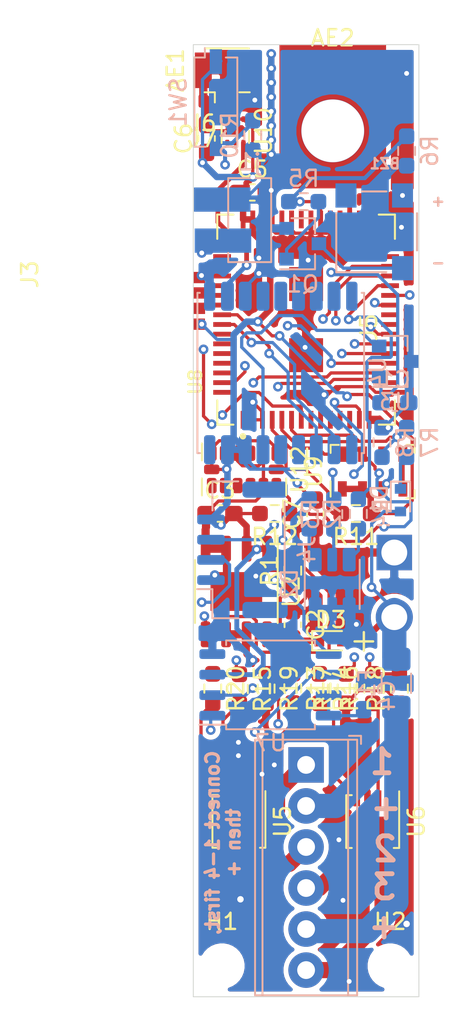
<source format=kicad_pcb>
(kicad_pcb (version 20171130) (host pcbnew 5.1.10)
  (layers (0 F.Cu signal) (1 In1.Cu signal) (2 In2.Cu signal) (31 B.Cu signal) (34 B.Paste user) (35 F.Paste user) (36 B.SilkS user) (37 F.SilkS user) (38 B.Mask user) (39 F.Mask user) (44 Edge.Cuts user))
  (net 0 "")
  (net 1 "Net-(BZ1-Pad2)")
  (net 2 /3V3)
  (net 3 "Net-(C1-Pad2)")
  (net 4 GND)
  (net 5 /3V3_BAK)
  (net 6 "Net-(D2-Pad3)")
  (net 7 "Net-(D2-Pad2)")
  (net 8 "Net-(D2-Pad1)")
  (net 9 /V_BAT)
  (net 10 "Net-(R1-Pad2)")
  (net 11 "Net-(Q1-Pad1)")
  (net 12 /LED_B)
  (net 13 /LED_R)
  (net 14 /LED_G)
  (net 15 /BUZZER)
  (net 16 /BAT_SENSE)
  (net 17 /FLASH_CS)
  (net 18 /3v3)
  (net 19 "Net-(U10-Pad6)")
  (net 20 /GPS_TX)
  (net 21 /GPS_RX)
  (net 22 /PYRO_1_EN)
  (net 23 /PYRO_2_EN)
  (net 24 /PYRO_3_EN)
  (net 25 /PYRO_4_EN)
  (net 26 /FLASH_SCK)
  (net 27 /FLASH_MOSI)
  (net 28 /FLASH_MISO)
  (net 29 /EXT_TX)
  (net 30 /EXT_RX)
  (net 31 /SWDIO)
  (net 32 /SWCLK)
  (net 33 "Net-(U9-Pad4)")
  (net 34 "Net-(AE1-Pad1)")
  (net 35 "Net-(R10-Pad1)")
  (net 36 /SCL3)
  (net 37 /SDA3)
  (net 38 /PYRO_1)
  (net 39 /PYRO_3)
  (net 40 /PYRO_4)
  (net 41 /PYRO_2)
  (net 42 "Net-(C2-Pad2)")
  (net 43 "Net-(D1-Pad1)")
  (net 44 "Net-(AE2-Pad1)")
  (net 45 /PYRO_1_MOS)
  (net 46 /PYRO_2_MOS)
  (net 47 /PYRO_3_MOS)
  (net 48 /PYRO_4_MOS)
  (module MountingHole:MountingHole_2.2mm_M2_ISO7380 (layer F.Cu) (at 139.192 91.567)
    (fp_text reference H2 (at 0 -2.75) (layer F.SilkS))
    (fp_text value MountingHole)
    (pad 1 np_thru_hole circle (at 0 0) (size 2.2 2.2) (drill 2.2) (layers *.Cu *.Mask))
  )
  (module MountingHole:MountingHole_2.2mm_M2_ISO7380 (layer F.Cu) (at 128.778 91.567)
    (fp_text reference H1 (at 0 -2.75) (layer F.SilkS))
    (fp_text value MountingHole)
    (pad 1 np_thru_hole circle (at 0 0) (size 2.2 2.2) (drill 2.2) (layers *.Cu *.Mask))
  )
  (module TerminalBlock_Phoenix:TerminalBlock_Phoenix_MPT-0,5-6-2.54_1x06_P2.54mm_Horizontal (layer B.Cu) (at 133.985 79.121 270)
    (fp_text reference J1 hide)
    (fp_text value Conn_01x06)
    (pad 6 thru_hole circle (at 12.7 0 270) (size 2.2 2.2) (drill 1.1) (layers *.Cu *.Mask) (net 40 /PYRO_4))
    (pad 5 thru_hole circle (at 10.16 0 270) (size 2.2 2.2) (drill 1.1) (layers *.Cu *.Mask) (net 9 /V_BAT))
    (pad 4 thru_hole circle (at 7.62 0 270) (size 2.2 2.2) (drill 1.1) (layers *.Cu *.Mask) (net 39 /PYRO_3))
    (pad 3 thru_hole circle (at 5.08 0 270) (size 2.2 2.2) (drill 1.1) (layers *.Cu *.Mask) (net 41 /PYRO_2))
    (pad 2 thru_hole circle (at 2.54 0 270) (size 2.2 2.2) (drill 1.1) (layers *.Cu *.Mask) (net 9 /V_BAT))
    (pad 1 thru_hole rect (at 0 0 270) (size 2.2 2.2) (drill 1.1) (layers *.Cu *.Mask) (net 38 /PYRO_1))
  )
  (module Package_SO:Vishay_PowerPAK_1212-8_Dual (layer F.Cu) (at 138.1125 82.6275 270)
    (fp_text reference U6 (at 0 -2.7 90) (layer F.SilkS))
    (fp_text value Si7232DN)
    (pad 6 smd custom (at 0.5575 -0.6075 270) (size 1.725 0.99) (layers F.Cu F.Paste F.Mask) (net 40 /PYRO_4) (options (clearance outline) (anchor rect)) (primitives (gr_poly (pts (xy 0.6125 0.495) (xy 1.3725 0.495) (xy 1.3725 0.09) (xy 0.8625 0.09) (xy 0.8625 -0.165) (xy 1.3725 -0.165) (xy 1.3725 -0.5875) (xy 0.6125 -0.5875)) (width 0))))
    (pad 5 smd custom (at 0.5575 0.6075 270) (size 1.725 0.99) (layers F.Cu F.Paste F.Mask) (net 39 /PYRO_3) (options (clearance outline) (anchor rect)) (primitives (gr_poly (pts (xy 0.6125 -0.495) (xy 1.3725 -0.495) (xy 1.3725 -0.09) (xy 0.8625 -0.09) (xy 0.8625 0.165) (xy 1.3725 0.165) (xy 1.3725 0.5875) (xy 0.6125 0.5875)) (width 0))))
    (pad 4 smd rect (at -1.435 0.99 270) (size 0.99 0.405) (layers F.Cu F.Paste F.Mask) (net 47 /PYRO_3_MOS))
    (pad 3 smd rect (at -1.435 0.33 270) (size 0.99 0.405) (layers F.Cu F.Paste F.Mask) (net 4 GND))
    (pad 2 smd rect (at -1.435 -0.33 270) (size 0.99 0.405) (layers F.Cu F.Paste F.Mask) (net 48 /PYRO_4_MOS))
    (pad 1 smd rect (at -1.435 -0.99 270) (size 0.99 0.405) (layers F.Cu F.Paste F.Mask) (net 4 GND))
  )
  (module Package_SO:Vishay_PowerPAK_1212-8_Dual (layer F.Cu) (at 129.83 82.6135 270)
    (fp_text reference U5 (at 0 -2.7 90) (layer F.SilkS))
    (fp_text value Si7232DN)
    (pad 6 smd custom (at 0.5575 -0.6075 270) (size 1.725 0.99) (layers F.Cu F.Paste F.Mask) (net 38 /PYRO_1) (options (clearance outline) (anchor rect)) (primitives (gr_poly (pts (xy 0.6125 0.495) (xy 1.3725 0.495) (xy 1.3725 0.09) (xy 0.8625 0.09) (xy 0.8625 -0.165) (xy 1.3725 -0.165) (xy 1.3725 -0.5875) (xy 0.6125 -0.5875)) (width 0))))
    (pad 5 smd custom (at 0.5575 0.6075 270) (size 1.725 0.99) (layers F.Cu F.Paste F.Mask) (net 41 /PYRO_2) (options (clearance outline) (anchor rect)) (primitives (gr_poly (pts (xy 0.6125 -0.495) (xy 1.3725 -0.495) (xy 1.3725 -0.09) (xy 0.8625 -0.09) (xy 0.8625 0.165) (xy 1.3725 0.165) (xy 1.3725 0.5875) (xy 0.6125 0.5875)) (width 0))))
    (pad 4 smd rect (at -1.435 0.99 270) (size 0.99 0.405) (layers F.Cu F.Paste F.Mask) (net 46 /PYRO_2_MOS))
    (pad 3 smd rect (at -1.435 0.33 270) (size 0.99 0.405) (layers F.Cu F.Paste F.Mask) (net 4 GND))
    (pad 2 smd rect (at -1.435 -0.33 270) (size 0.99 0.405) (layers F.Cu F.Paste F.Mask) (net 45 /PYRO_1_MOS))
    (pad 1 smd rect (at -1.435 -0.99 270) (size 0.99 0.405) (layers F.Cu F.Paste F.Mask) (net 4 GND))
  )
  (module Resistor_SMD:R_0603_1608Metric_Pad0.98x0.95mm_HandSolder (layer F.Cu) (at 136.4615 74.3985 90)
    (fp_text reference R17 (at 0 -1.43 90) (layer F.SilkS))
    (fp_text value 10k)
    (pad 2 smd roundrect (at 0.9125 0 90) (size 0.975 0.95) (layers F.Cu F.Paste F.Mask) (net 24 /PYRO_3_EN))
    (pad 1 smd roundrect (at -0.9125 0 90) (size 0.975 0.95) (layers F.Cu F.Paste F.Mask) (net 4 GND))
  )
  (module Fuse:Fuse_1206_3216Metric_Pad1.42x1.75mm_HandSolder (layer B.Cu) (at 139.573 74.068 270)
    (fp_text reference F1 (at 0 1.82 270) (layer B.SilkS) (effects (justify mirror)))
    (fp_text value "C1H25 ")
    (pad 2 smd roundrect (at 1.4875 0 270) (size 1.425 1.75) (layers B.Cu B.Paste B.Mask) (roundrect_rratio 0.175439) (net 9 /V_BAT))
    (pad 1 smd roundrect (at -1.4875 0 270) (size 1.425 1.75) (layers B.Cu B.Paste B.Mask) (roundrect_rratio 0.175439) (net 3 "Net-(C1-Pad2)"))
  )
  (module RF:Skyworks_SKY65404-31 (layer F.Cu) (at 129.6035 39.878 270)
    (fp_text reference U10 (at 0 -1.75 270) (layer F.SilkS))
    (fp_text value SKY65723-81)
    (pad 1 smd roundrect (at -0.725 -0.5 270) (size 0.35 0.25) (layers F.Cu F.Paste F.Mask) (net 2 /3V3))
    (pad 2 smd roundrect (at -0.725 0 270) (size 0.35 0.25) (layers F.Cu F.Paste F.Mask) (net 2 /3V3))
    (pad 3 smd roundrect (at -0.725 0.5 270) (size 0.35 0.25) (layers F.Cu F.Paste F.Mask) (net 34 "Net-(AE1-Pad1)"))
    (pad 4 smd roundrect (at 0.725 0.5 270) (size 0.35 0.25) (layers F.Cu F.Paste F.Mask))
    (pad 5 smd roundrect (at 0.725 0 270) (size 0.35 0.25) (layers F.Cu F.Paste F.Mask))
    (pad 6 smd roundrect (at 0.725 -0.5 270) (size 0.35 0.25) (layers F.Cu F.Paste F.Mask) (net 19 "Net-(U10-Pad6)"))
    (pad 7 smd custom (at 0 0 270) (size 0.35 0.25) (layers F.Cu F.Paste F.Mask) (net 4 GND) (options (clearance outline) (anchor rect)) (primitives (gr_poly (pts (xy 0.35 -0.6) (xy 0.35 0) (xy 0.35 0.6) (xy 0.1 0.6) (xy 0.1 0.65) (xy -0.1 0.65) (xy -0.1 0.6) (xy -0.35 0.6) (xy -0.35 -0.45) (xy -0.2 -0.6) (xy -0.1 -0.6) (xy -0.1 -0.65) (xy 0.1 -0.65) (xy 0.1 -0.6)) (width 0))))
  )
  (module Diode_SMD:D_SOD-523 (layer F.Cu) (at 135.5075 71.4375)
    (fp_text reference D3 (at 0 -1.3) (layer F.SilkS))
    (fp_text value ZLLS350TA)
    (pad 1 smd rect (at -0.7 0 180) (size 0.6 0.7) (layers F.Cu F.Paste F.Mask) (net 42 "Net-(C2-Pad2)"))
    (pad 2 smd rect (at 0.7 0 180) (size 0.6 0.7) (layers F.Cu F.Paste F.Mask) (net 3 "Net-(C1-Pad2)"))
  )
  (module Resistor_SMD:R_0603_1608Metric_Pad0.98x0.95mm_HandSolder (layer F.Cu) (at 137.073 63.5635 180)
    (fp_text reference R11 (at 0 -1.43) (layer F.SilkS))
    (fp_text value 4.7k)
    (pad 1 smd roundrect (at -0.9125 0 180) (size 0.975 0.95) (layers F.Cu F.Paste F.Mask) (net 2 /3V3))
    (pad 2 smd roundrect (at 0.9125 0 180) (size 0.975 0.95) (layers F.Cu F.Paste F.Mask) (net 36 /SCL3))
  )
  (module Resistor_SMD:R_0603_1608Metric_Pad0.98x0.95mm_HandSolder (layer B.Cu) (at 134.1755 63.587 90)
    (fp_text reference R2 (at 0 1.43 90) (layer B.SilkS) (effects (justify mirror)))
    (fp_text value 120)
    (pad 2 smd roundrect (at 0.9125 0 90) (size 0.975 0.95) (layers B.Cu B.Paste B.Mask) (net 12 /LED_B))
    (pad 1 smd roundrect (at -0.9125 0 90) (size 0.975 0.95) (layers B.Cu B.Paste B.Mask) (net 8 "Net-(D2-Pad1)"))
  )
  (module custom:s76s (layer F.Cu) (at 133.985 51.562 90)
    (fp_text reference U8 (at -3.85268 -6.85478 90) (layer F.SilkS) (effects (font (size 0.787953 0.787953))))
    (fp_text value s76s)
    (pad 1 smd rect (at -6.2 -3.9 90) (size 1.1 0.3) (layers F.Cu F.Paste F.Mask))
    (pad 2 smd rect (at -6.2 -3.3 90) (size 1.1 0.3) (layers F.Cu F.Paste F.Mask) (net 4 GND))
    (pad 3 smd rect (at -6.2 -2.7 90) (size 1.1 0.3) (layers F.Cu F.Paste F.Mask) (net 4 GND))
    (pad 4 smd rect (at -6.2 -2.1 90) (size 1.1 0.3) (layers F.Cu F.Paste F.Mask) (net 36 /SCL3))
    (pad 5 smd rect (at -6.2 -1.5 90) (size 1.1 0.3) (layers F.Cu F.Paste F.Mask) (net 37 /SDA3))
    (pad 6 smd rect (at -6.2 -0.9 90) (size 1.1 0.3) (layers F.Cu F.Paste F.Mask) (net 16 /BAT_SENSE))
    (pad 7 smd rect (at -6.2 -0.3 90) (size 1.1 0.3) (layers F.Cu F.Paste F.Mask) (net 23 /PYRO_2_EN))
    (pad 8 smd rect (at -6.2 0.3 90) (size 1.1 0.3) (layers F.Cu F.Paste F.Mask))
    (pad 9 smd rect (at -6.2 0.9 90) (size 1.1 0.3) (layers F.Cu F.Paste F.Mask))
    (pad 10 smd rect (at -6.2 1.5 90) (size 1.1 0.3) (layers F.Cu F.Paste F.Mask))
    (pad 11 smd rect (at -6.2 2.1 90) (size 1.1 0.3) (layers F.Cu F.Paste F.Mask))
    (pad 12 smd rect (at -6.2 2.7 90) (size 1.1 0.3) (layers F.Cu F.Paste F.Mask))
    (pad 13 smd rect (at -6.2 3.3 90) (size 1.1 0.3) (layers F.Cu F.Paste F.Mask) (net 25 /PYRO_4_EN))
    (pad 14 smd rect (at -6.2 3.9 90) (size 1.1 0.3) (layers F.Cu F.Paste F.Mask) (net 4 GND))
    (pad 15 smd rect (at -4.5 5.2 90) (size 0.3 1.1) (layers F.Cu F.Paste F.Mask) (net 4 GND))
    (pad 16 smd rect (at -3.9 5.2 90) (size 0.3 1.1) (layers F.Cu F.Paste F.Mask) (net 29 /EXT_TX))
    (pad 17 smd rect (at -3.3 5.2 90) (size 0.3 1.1) (layers F.Cu F.Paste F.Mask) (net 30 /EXT_RX))
    (pad 18 smd rect (at -2.7 5.2 90) (size 0.3 1.1) (layers F.Cu F.Paste F.Mask) (net 17 /FLASH_CS))
    (pad 19 smd rect (at -2.1 5.2 90) (size 0.3 1.1) (layers F.Cu F.Paste F.Mask) (net 26 /FLASH_SCK))
    (pad 20 smd rect (at -1.5 5.2 90) (size 0.3 1.1) (layers F.Cu F.Paste F.Mask) (net 28 /FLASH_MISO))
    (pad 21 smd rect (at -0.9 5.2 90) (size 0.3 1.1) (layers F.Cu F.Paste F.Mask) (net 27 /FLASH_MOSI))
    (pad 22 smd rect (at -0.3 5.2 90) (size 0.3 1.1) (layers F.Cu F.Paste F.Mask))
    (pad 23 smd rect (at 0.3 5.2 90) (size 0.3 1.1) (layers F.Cu F.Paste F.Mask))
    (pad 24 smd rect (at 0.9 5.2 90) (size 0.3 1.1) (layers F.Cu F.Paste F.Mask) (net 24 /PYRO_3_EN))
    (pad 25 smd rect (at 1.5 5.2 90) (size 0.3 1.1) (layers F.Cu F.Paste F.Mask) (net 22 /PYRO_1_EN))
    (pad 26 smd rect (at 2.1 5.2 90) (size 0.3 1.1) (layers F.Cu F.Paste F.Mask) (net 14 /LED_G))
    (pad 27 smd rect (at 2.7 5.2 90) (size 0.3 1.1) (layers F.Cu F.Paste F.Mask) (net 13 /LED_R))
    (pad 28 smd rect (at 3.3 5.2 90) (size 0.3 1.1) (layers F.Cu F.Paste F.Mask) (net 12 /LED_B))
    (pad 29 smd rect (at 3.9 5.2 90) (size 0.3 1.1) (layers F.Cu F.Paste F.Mask))
    (pad 30 smd rect (at 4.5 5.2 90) (size 0.3 1.1) (layers F.Cu F.Paste F.Mask))
    (pad 31 smd rect (at 6.2 3.9 90) (size 1.1 0.3) (layers F.Cu F.Paste F.Mask) (net 4 GND))
    (pad 32 smd rect (at 6.2 3.3 90) (size 1.1 0.3) (layers F.Cu F.Paste F.Mask) (net 4 GND))
    (pad 33 smd rect (at 6.2 2.7 90) (size 1.1 0.3) (layers F.Cu F.Paste F.Mask) (net 44 "Net-(AE2-Pad1)"))
    (pad 34 smd rect (at 6.2 2.1 90) (size 1.1 0.3) (layers F.Cu F.Paste F.Mask) (net 4 GND))
    (pad 35 smd rect (at 6.2 1.5 90) (size 1.1 0.3) (layers F.Cu F.Paste F.Mask) (net 4 GND))
    (pad 36 smd rect (at 6.2 0.9 90) (size 1.1 0.3) (layers F.Cu F.Paste F.Mask) (net 15 /BUZZER))
    (pad 37 smd rect (at 6.2 0.3 90) (size 1.1 0.3) (layers F.Cu F.Paste F.Mask) (net 4 GND))
    (pad 38 smd rect (at 6.2 -0.3 90) (size 1.1 0.3) (layers F.Cu F.Paste F.Mask))
    (pad 39 smd rect (at 6.2 -0.9 90) (size 1.1 0.3) (layers F.Cu F.Paste F.Mask) (net 4 GND))
    (pad 40 smd rect (at 6.2 -1.5 90) (size 1.1 0.3) (layers F.Cu F.Paste F.Mask))
    (pad 41 smd rect (at 6.2 -2.1 90) (size 1.1 0.3) (layers F.Cu F.Paste F.Mask) (net 4 GND))
    (pad 42 smd rect (at 6.2 -2.7 90) (size 1.1 0.3) (layers F.Cu F.Paste F.Mask))
    (pad 43 smd rect (at 6.2 -3.3 90) (size 1.1 0.3) (layers F.Cu F.Paste F.Mask) (net 2 /3V3))
    (pad 44 smd rect (at 6.2 -3.9 90) (size 1.1 0.3) (layers F.Cu F.Paste F.Mask) (net 2 /3V3))
    (pad 45 smd rect (at 4.5 -5.2 90) (size 0.3 1.1) (layers F.Cu F.Paste F.Mask))
    (pad 46 smd rect (at 3.9 -5.2 90) (size 0.3 1.1) (layers F.Cu F.Paste F.Mask))
    (pad 47 smd rect (at 3.3 -5.2 90) (size 0.3 1.1) (layers F.Cu F.Paste F.Mask))
    (pad 48 smd rect (at 2.7 -5.2 90) (size 0.3 1.1) (layers F.Cu F.Paste F.Mask))
    (pad 49 smd rect (at 2.1 -5.2 90) (size 0.3 1.1) (layers F.Cu F.Paste F.Mask))
    (pad 50 smd rect (at 1.5 -5.2 90) (size 0.3 1.1) (layers F.Cu F.Paste F.Mask) (net 31 /SWDIO))
    (pad 51 smd rect (at 0.9 -5.2 90) (size 0.3 1.1) (layers F.Cu F.Paste F.Mask) (net 32 /SWCLK))
    (pad 52 smd rect (at 0.3 -5.2 90) (size 0.3 1.1) (layers F.Cu F.Paste F.Mask) (net 20 /GPS_TX))
    (pad 53 smd rect (at -0.3 -5.2 90) (size 0.3 1.1) (layers F.Cu F.Paste F.Mask) (net 21 /GPS_RX))
    (pad 54 smd rect (at -0.9 -5.2 90) (size 0.3 1.1) (layers F.Cu F.Paste F.Mask))
    (pad 55 smd rect (at -1.5 -5.2 90) (size 0.3 1.1) (layers F.Cu F.Paste F.Mask))
    (pad 56 smd rect (at -2.1 -5.2 90) (size 0.3 1.1) (layers F.Cu F.Paste F.Mask))
    (pad 57 smd rect (at -2.7 -5.2 90) (size 0.3 1.1) (layers F.Cu F.Paste F.Mask))
    (pad 58 smd rect (at -3.3 -5.2 90) (size 0.3 1.1) (layers F.Cu F.Paste F.Mask))
    (pad 59 smd rect (at -3.9 -5.2 90) (size 0.3 1.1) (layers F.Cu F.Paste F.Mask) (net 35 "Net-(R10-Pad1)"))
    (pad 60 smd rect (at -4.5 -5.2 90) (size 0.3 1.1) (layers F.Cu F.Paste F.Mask))
    (pad 61 smd rect (at -2.2 0 90) (size 2.1 2.1) (layers F.Cu F.Paste F.Mask) (net 4 GND))
    (pad 62 smd rect (at 2.2 0 90) (size 2.1 2.1) (layers F.Cu F.Paste F.Mask) (net 4 GND))
  )
  (module Resistor_SMD:R_0603_1608Metric_Pad0.98x0.95mm_HandSolder (layer F.Cu) (at 131.5085 74.3985 270)
    (fp_text reference R19 (at 0 -1.43 90) (layer F.SilkS))
    (fp_text value 10k)
    (pad 2 smd roundrect (at 0.9125 0 270) (size 0.975 0.95) (layers F.Cu F.Paste F.Mask) (net 4 GND))
    (pad 1 smd roundrect (at -0.9125 0 270) (size 0.975 0.95) (layers F.Cu F.Paste F.Mask) (net 22 /PYRO_1_EN))
  )
  (module Diode_SMD:D_SOD-523 (layer B.Cu) (at 139.827 62.7365 270)
    (fp_text reference D1 (at 0 1.3 270) (layer B.SilkS) (effects (justify mirror)))
    (fp_text value ZLLS350TA)
    (pad 1 smd rect (at -0.7 0 90) (size 0.6 0.7) (layers B.Cu B.Paste B.Mask) (net 43 "Net-(D1-Pad1)"))
    (pad 2 smd rect (at 0.7 0 90) (size 0.6 0.7) (layers B.Cu B.Paste B.Mask) (net 3 "Net-(C1-Pad2)"))
  )
  (module Resistor_SMD:R_0603_1608Metric_Pad0.98x0.95mm_HandSolder (layer F.Cu) (at 133.1595 67.096 90)
    (fp_text reference R1 (at 0 -1.43 90) (layer F.SilkS))
    (fp_text value 10k)
    (pad 2 smd roundrect (at 0.9125 0 90) (size 0.975 0.95) (layers F.Cu F.Paste F.Mask) (net 10 "Net-(R1-Pad2)"))
    (pad 1 smd roundrect (at -0.9125 0 90) (size 0.975 0.95) (layers F.Cu F.Paste F.Mask) (net 42 "Net-(C2-Pad2)"))
  )
  (module Package_LGA:LGA-8_3x5mm_P1.25mm (layer F.Cu) (at 138.1025 60.9645 90)
    (fp_text reference U9 (at 0 -3.65 90) (layer F.SilkS))
    (fp_text value MS5607-02BA)
    (pad 5 smd rect (at 1.075 1.875 90) (size 0.95 0.55) (layers F.Cu F.Paste F.Mask) (net 33 "Net-(U9-Pad4)"))
    (pad 6 smd rect (at 1.075 0.625 90) (size 0.95 0.55) (layers F.Cu F.Paste F.Mask))
    (pad 7 smd rect (at 1.075 -0.625 90) (size 0.95 0.55) (layers F.Cu F.Paste F.Mask) (net 37 /SDA3))
    (pad 8 smd rect (at 1.075 -1.875 90) (size 0.95 0.55) (layers F.Cu F.Paste F.Mask) (net 36 /SCL3))
    (pad 3 smd rect (at -1.075 0.625 90) (size 0.95 0.55) (layers F.Cu F.Paste F.Mask) (net 4 GND))
    (pad 2 smd rect (at -1.075 -0.625 90) (size 0.95 0.55) (layers F.Cu F.Paste F.Mask) (net 2 /3V3))
    (pad 1 smd rect (at -1.075 -1.875 90) (size 0.95 0.55) (layers F.Cu F.Paste F.Mask) (net 2 /3V3))
    (pad 4 smd rect (at -1.075 1.875 90) (size 0.95 0.55) (layers F.Cu F.Paste F.Mask) (net 33 "Net-(U9-Pad4)"))
  )
  (module Resistor_SMD:R_0603_1608Metric_Pad0.98x0.95mm_HandSolder (layer F.Cu) (at 132.04 63.5635 180)
    (fp_text reference R12 (at 0 -1.43) (layer F.SilkS))
    (fp_text value 4.7k)
    (pad 1 smd roundrect (at -0.9125 0 180) (size 0.975 0.95) (layers F.Cu F.Paste F.Mask) (net 37 /SDA3))
    (pad 2 smd roundrect (at 0.9125 0 180) (size 0.975 0.95) (layers F.Cu F.Paste F.Mask) (net 2 /3V3))
  )
  (module Resistor_SMD:R_0603_1608Metric_Pad0.98x0.95mm_HandSolder (layer B.Cu) (at 133.8345 44.2595 180)
    (fp_text reference R5 (at 0 1.43) (layer B.SilkS) (effects (justify mirror)))
    (fp_text value 500)
    (pad 2 smd roundrect (at 0.9125 0 180) (size 0.975 0.95) (layers B.Cu B.Paste B.Mask) (net 15 /BUZZER))
    (pad 1 smd roundrect (at -0.9125 0 180) (size 0.975 0.95) (layers B.Cu B.Paste B.Mask) (net 11 "Net-(Q1-Pad1)"))
  )
  (module Resistor_SMD:R_0603_1608Metric_Pad0.98x0.95mm_HandSolder (layer B.Cu) (at 138.684 59.1585 90)
    (fp_text reference R8 (at 0 1.43 270) (layer B.SilkS) (effects (justify mirror)))
    (fp_text value 3k)
    (pad 2 smd roundrect (at 0.9125 0 90) (size 0.975 0.95) (layers B.Cu B.Paste B.Mask) (net 4 GND))
    (pad 1 smd roundrect (at -0.9125 0 90) (size 0.975 0.95) (layers B.Cu B.Paste B.Mask) (net 16 /BAT_SENSE))
  )
  (module Resistor_SMD:R_0603_1608Metric_Pad0.98x0.95mm_HandSolder (layer F.Cu) (at 139.7635 74.3985 90)
    (fp_text reference R18 (at 0 -1.43 90) (layer F.SilkS))
    (fp_text value 10k)
    (pad 2 smd roundrect (at 0.9125 0 90) (size 0.975 0.95) (layers F.Cu F.Paste F.Mask) (net 25 /PYRO_4_EN))
    (pad 1 smd roundrect (at -0.9125 0 90) (size 0.975 0.95) (layers F.Cu F.Paste F.Mask) (net 4 GND))
  )
  (module Resistor_SMD:R_0603_1608Metric_Pad0.98x0.95mm_HandSolder (layer F.Cu) (at 134.8105 74.3985 270)
    (fp_text reference R14 (at 0 -1.43 90) (layer F.SilkS))
    (fp_text value 500)
    (pad 2 smd roundrect (at 0.9125 0 270) (size 0.975 0.95) (layers F.Cu F.Paste F.Mask) (net 47 /PYRO_3_MOS))
    (pad 1 smd roundrect (at -0.9125 0 270) (size 0.975 0.95) (layers F.Cu F.Paste F.Mask) (net 24 /PYRO_3_EN))
  )
  (module Resistor_SMD:R_0603_1608Metric_Pad0.98x0.95mm_HandSolder (layer F.Cu) (at 128.2065 74.3985 270)
    (fp_text reference R20 (at 0 -1.43 90) (layer F.SilkS))
    (fp_text value 10k)
    (pad 2 smd roundrect (at 0.9125 0 270) (size 0.975 0.95) (layers F.Cu F.Paste F.Mask) (net 4 GND))
    (pad 1 smd roundrect (at -0.9125 0 270) (size 0.975 0.95) (layers F.Cu F.Paste F.Mask) (net 23 /PYRO_2_EN))
  )
  (module Package_LGA:LGA-14_3x5mm_P0.8mm_LayoutBorder1x6y (layer F.Cu) (at 130.1435 60.833 270)
    (fp_text reference U12 (at 0 -3.45 90) (layer F.SilkS))
    (fp_text value ADXL375)
    (pad 1 smd roundrect (at -1 -2 270) (size 0.95 0.6) (layers F.Cu F.Paste F.Mask) (net 2 /3V3))
    (pad 2 smd roundrect (at -1 -1.2 270) (size 0.95 0.6) (layers F.Cu F.Paste F.Mask) (net 4 GND))
    (pad 3 smd roundrect (at -1 -0.4 270) (size 0.95 0.6) (layers F.Cu F.Paste F.Mask))
    (pad 4 smd roundrect (at -1 0.4 270) (size 0.95 0.6) (layers F.Cu F.Paste F.Mask) (net 4 GND))
    (pad 5 smd roundrect (at -1 1.2 270) (size 0.95 0.6) (layers F.Cu F.Paste F.Mask) (net 4 GND))
    (pad 6 smd roundrect (at -1 2 270) (size 0.95 0.6) (layers F.Cu F.Paste F.Mask) (net 2 /3V3))
    (pad 7 smd roundrect (at 0 2 270) (size 0.6 0.95) (layers F.Cu F.Paste F.Mask) (net 2 /3V3))
    (pad 8 smd roundrect (at 1 2 270) (size 0.95 0.6) (layers F.Cu F.Paste F.Mask))
    (pad 9 smd roundrect (at 1 1.2 270) (size 0.95 0.6) (layers F.Cu F.Paste F.Mask))
    (pad 10 smd roundrect (at 1 0.4 270) (size 0.95 0.6) (layers F.Cu F.Paste F.Mask))
    (pad 11 smd roundrect (at 1 -0.4 270) (size 0.95 0.6) (layers F.Cu F.Paste F.Mask))
    (pad 12 smd roundrect (at 1 -1.2 270) (size 0.95 0.6) (layers F.Cu F.Paste F.Mask) (net 4 GND))
    (pad 13 smd roundrect (at 1 -2 270) (size 0.95 0.6) (layers F.Cu F.Paste F.Mask) (net 37 /SDA3))
    (pad 14 smd roundrect (at 0 -2 270) (size 0.6 0.95) (layers F.Cu F.Paste F.Mask) (net 36 /SCL3))
  )
  (module Resistor_SMD:R_0603_1608Metric_Pad0.98x0.95mm_HandSolder (layer B.Cu) (at 135.6995 63.6035 270)
    (fp_text reference R3 (at 0 1.43 270) (layer B.SilkS) (effects (justify mirror)))
    (fp_text value 500)
    (pad 2 smd roundrect (at 0.9125 0 270) (size 0.975 0.95) (layers B.Cu B.Paste B.Mask) (net 7 "Net-(D2-Pad2)"))
    (pad 1 smd roundrect (at -0.9125 0 270) (size 0.975 0.95) (layers B.Cu B.Paste B.Mask) (net 13 /LED_R))
  )
  (module Resistor_SMD:R_0603_1608Metric_Pad0.98x0.95mm_HandSolder (layer F.Cu) (at 138.1125 74.3985 90)
    (fp_text reference R16 (at 0 -1.43 90) (layer F.SilkS))
    (fp_text value 500)
    (pad 2 smd roundrect (at 0.9125 0 90) (size 0.975 0.95) (layers F.Cu F.Paste F.Mask) (net 25 /PYRO_4_EN))
    (pad 1 smd roundrect (at -0.9125 0 90) (size 0.975 0.95) (layers F.Cu F.Paste F.Mask) (net 48 /PYRO_4_MOS))
  )
  (module custom:xt30_pigtail (layer F.Cu) (at 139.446 65.977 270)
    (fp_text reference U1 hide)
    (fp_text value JST-RCY)
    (fp_text user + (at 5.5 2 90) (layer F.SilkS) (effects (font (size 1.5 1.5))))
    (pad 2 thru_hole circle (at 4 0 270) (size 2.3 2.3) (drill 1.6) (layers *.Cu *.Mask) (net 3 "Net-(C1-Pad2)"))
    (pad 1 thru_hole rect (at 0 0 270) (size 2.2 2.2) (drill 1.6) (layers *.Cu *.Mask) (net 4 GND))
  )
  (module Resistor_SMD:R_0603_1608Metric_Pad0.98x0.95mm_HandSolder (layer B.Cu) (at 130.683 40.1555 270)
    (fp_text reference R10 (at 0 1.43 90) (layer B.SilkS) (effects (justify mirror)))
    (fp_text value 10k)
    (pad 2 smd roundrect (at 0.9125 0 270) (size 0.975 0.95) (layers B.Cu B.Paste B.Mask) (net 4 GND))
    (pad 1 smd roundrect (at -0.9125 0 270) (size 0.975 0.95) (layers B.Cu B.Paste B.Mask) (net 35 "Net-(R10-Pad1)"))
  )
  (module Capacitor_SMD:C_0603_1608Metric_Pad1.08x0.95mm_HandSolder (layer F.Cu) (at 133.1595 70.448 270)
    (fp_text reference C2 (at 0 -1.43 90) (layer F.SilkS))
    (fp_text value 1u)
    (pad 2 smd roundrect (at 0.8625 0 270) (size 1.075 0.95) (layers F.Cu F.Paste F.Mask) (net 42 "Net-(C2-Pad2)"))
    (pad 1 smd roundrect (at -0.8625 0 270) (size 1.075 0.95) (layers F.Cu F.Paste F.Mask) (net 4 GND))
  )
  (module Capacitor_SMD:C_0603_1608Metric_Pad1.08x0.95mm_HandSolder (layer F.Cu) (at 134.5565 63.59 90)
    (fp_text reference C7 (at 0 -1.43 -90) (layer F.SilkS))
    (fp_text value 0.1u)
    (pad 2 smd roundrect (at 0.8625 0 90) (size 1.075 0.95) (layers F.Cu F.Paste F.Mask) (net 2 /3V3))
    (pad 1 smd roundrect (at -0.8625 0 90) (size 1.075 0.95) (layers F.Cu F.Paste F.Mask) (net 4 GND))
  )
  (module Capacitor_SMD:C_0603_1608Metric_Pad1.08x0.95mm_HandSolder (layer F.Cu) (at 130.6565 43.688)
    (fp_text reference C5 (at 0 -1.43 180) (layer F.SilkS))
    (fp_text value 4.7u)
    (pad 2 smd roundrect (at 0.8625 0) (size 1.075 0.95) (layers F.Cu F.Paste F.Mask) (net 4 GND))
    (pad 1 smd roundrect (at -0.8625 0) (size 1.075 0.95) (layers F.Cu F.Paste F.Mask) (net 2 /3V3))
  )
  (module Package_TO_SOT_SMD:SOT-23 (layer B.Cu) (at 133.7785 46.8655)
    (fp_text reference Q1 (at 0 2.5) (layer B.SilkS) (effects (justify mirror)))
    (fp_text value MMBT3904)
    (pad 3 smd rect (at 1 0) (size 0.9 0.8) (layers B.Cu B.Paste B.Mask) (net 1 "Net-(BZ1-Pad2)"))
    (pad 2 smd rect (at -1 -0.95) (size 0.9 0.8) (layers B.Cu B.Paste B.Mask) (net 4 GND))
    (pad 1 smd rect (at -1 0.95) (size 0.9 0.8) (layers B.Cu B.Paste B.Mask) (net 11 "Net-(Q1-Pad1)"))
  )
  (module Resistor_SMD:R_0603_1608Metric_Pad0.98x0.95mm_HandSolder (layer F.Cu) (at 129.8575 74.422 270)
    (fp_text reference R15 (at 0 -1.43 90) (layer F.SilkS))
    (fp_text value 500)
    (pad 2 smd roundrect (at 0.9125 0 270) (size 0.975 0.95) (layers F.Cu F.Paste F.Mask) (net 46 /PYRO_2_MOS))
    (pad 1 smd roundrect (at -0.9125 0 270) (size 0.975 0.95) (layers F.Cu F.Paste F.Mask) (net 23 /PYRO_2_EN))
  )
  (module Resistor_SMD:R_0603_1608Metric_Pad0.98x0.95mm_HandSolder (layer F.Cu) (at 133.1595 74.382 270)
    (fp_text reference R13 (at 0 -1.43 90) (layer F.SilkS))
    (fp_text value 500)
    (pad 2 smd roundrect (at 0.9125 0 270) (size 0.975 0.95) (layers F.Cu F.Paste F.Mask) (net 45 /PYRO_1_MOS))
    (pad 1 smd roundrect (at -0.9125 0 270) (size 0.975 0.95) (layers F.Cu F.Paste F.Mask) (net 22 /PYRO_1_EN))
  )
  (module Capacitor_SMD:C_0603_1608Metric_Pad1.08x0.95mm_HandSolder (layer B.Cu) (at 137.541 74.84 90)
    (fp_text reference C4 (at 0 1.43 90) (layer B.SilkS) (effects (justify mirror)))
    (fp_text value 0.1u)
    (pad 2 smd roundrect (at 0.8625 0 90) (size 1.075 0.95) (layers B.Cu B.Paste B.Mask) (net 4 GND))
    (pad 1 smd roundrect (at -0.8625 0 90) (size 1.075 0.95) (layers B.Cu B.Paste B.Mask) (net 18 /3v3))
  )
  (module LED_SMD:LED_ROHM_SMLVN6 (layer B.Cu) (at 135.602 67.946 270)
    (fp_text reference D2 (at 0 2.65 270) (layer B.SilkS) (effects (justify mirror)))
    (fp_text value SMLVN6RGB)
    (pad 4 smd roundrect (at 1.525 -1.05 270) (size 1.45 0.8) (layers B.Cu B.Paste B.Mask) (roundrect_rratio 0.2) (net 4 GND))
    (pad 3 smd roundrect (at -1.525 -1.05 270) (size 1.45 0.8) (layers B.Cu B.Paste B.Mask) (roundrect_rratio 0.2) (net 6 "Net-(D2-Pad3)"))
    (pad 5 smd roundrect (at 1.525 0 270) (size 1.45 0.6) (layers B.Cu B.Paste B.Mask) (roundrect_rratio 0.2) (net 4 GND))
    (pad 2 smd roundrect (at -1.525 0 270) (size 1.45 0.6) (layers B.Cu B.Paste B.Mask) (roundrect_rratio 0.2) (net 7 "Net-(D2-Pad2)"))
    (pad 6 smd roundrect (at 1.525 1.05 270) (size 1.45 0.8) (layers B.Cu B.Paste B.Mask) (roundrect_rratio 0.2) (net 4 GND))
    (pad 1 smd roundrect (at -1.525 1.05 270) (size 1.45 0.8) (layers B.Cu B.Paste B.Mask) (roundrect_rratio 0.2) (net 8 "Net-(D2-Pad1)"))
  )
  (module Resistor_SMD:R_0603_1608Metric_Pad0.98x0.95mm_HandSolder (layer B.Cu) (at 137.2235 63.587 90)
    (fp_text reference R4 (at 0 1.43 90) (layer B.SilkS) (effects (justify mirror)))
    (fp_text value 120)
    (pad 2 smd roundrect (at 0.9125 0 90) (size 0.975 0.95) (layers B.Cu B.Paste B.Mask) (net 14 /LED_G))
    (pad 1 smd roundrect (at -0.9125 0 90) (size 0.975 0.95) (layers B.Cu B.Paste B.Mask) (net 6 "Net-(D2-Pad3)"))
  )
  (module Capacitor_SMD:C_0603_1608Metric_Pad1.08x0.95mm_HandSolder (layer F.Cu) (at 127.8255 40.349 90)
    (fp_text reference C6 (at 0 -1.43 270) (layer F.SilkS))
    (fp_text value 0.1u)
    (pad 2 smd roundrect (at 0.8625 0 90) (size 1.075 0.95) (layers F.Cu F.Paste F.Mask) (net 4 GND))
    (pad 1 smd roundrect (at -0.8625 0 90) (size 1.075 0.95) (layers F.Cu F.Paste F.Mask) (net 2 /3V3))
  )
  (module RF_GPS:ublox_MAX (layer B.Cu) (at 132.416 54.864 90)
    (fp_text reference U4 (at 0 6 270) (layer B.SilkS) (effects (justify mirror)))
    (fp_text value MAX-M8C)
    (pad 18 smd roundrect (at 4.75 4.4 90) (size 1.8 0.7) (layers B.Cu B.Paste B.Mask))
    (pad 17 smd roundrect (at 4.75 3.3 90) (size 1.8 0.8) (layers B.Cu B.Paste B.Mask))
    (pad 16 smd roundrect (at 4.75 2.2 90) (size 1.8 0.8) (layers B.Cu B.Paste B.Mask))
    (pad 15 smd roundrect (at 4.75 1.1 90) (size 1.8 0.8) (layers B.Cu B.Paste B.Mask))
    (pad 14 smd roundrect (at 4.75 0 90) (size 1.8 0.8) (layers B.Cu B.Paste B.Mask))
    (pad 13 smd roundrect (at 4.75 -1.1 90) (size 1.8 0.8) (layers B.Cu B.Paste B.Mask))
    (pad 12 smd roundrect (at 4.75 -2.2 90) (size 1.8 0.8) (layers B.Cu B.Paste B.Mask) (net 4 GND))
    (pad 11 smd roundrect (at 4.75 -3.3 90) (size 1.8 0.8) (layers B.Cu B.Paste B.Mask) (net 19 "Net-(U10-Pad6)"))
    (pad 10 smd roundrect (at 4.75 -4.4 90) (size 1.8 0.7) (layers B.Cu B.Paste B.Mask) (net 4 GND))
    (pad 9 smd roundrect (at -4.75 -4.4 90) (size 1.8 0.7) (layers B.Cu B.Paste B.Mask))
    (pad 8 smd roundrect (at -4.75 -3.3 90) (size 1.8 0.8) (layers B.Cu B.Paste B.Mask) (net 2 /3V3))
    (pad 7 smd roundrect (at -4.75 -2.2 90) (size 1.8 0.8) (layers B.Cu B.Paste B.Mask) (net 2 /3V3))
    (pad 6 smd roundrect (at -4.75 -1.1 90) (size 1.8 0.8) (layers B.Cu B.Paste B.Mask) (net 5 /3V3_BAK))
    (pad 5 smd roundrect (at -4.75 0 90) (size 1.8 0.8) (layers B.Cu B.Paste B.Mask))
    (pad 4 smd roundrect (at -4.75 1.1 90) (size 1.8 0.8) (layers B.Cu B.Paste B.Mask))
    (pad 3 smd roundrect (at -4.75 2.2 90) (size 1.8 0.8) (layers B.Cu B.Paste B.Mask) (net 20 /GPS_TX))
    (pad 2 smd roundrect (at -4.75 3.3 90) (size 1.8 0.8) (layers B.Cu B.Paste B.Mask) (net 21 /GPS_RX))
    (pad 1 smd roundrect (at -4.75 4.4 90) (size 1.8 0.7) (layers B.Cu B.Paste B.Mask) (net 4 GND))
  )
  (module Package_SO:SOIC-8_5.275x5.275mm_P1.27mm (layer B.Cu) (at 131.782 74.168)
    (fp_text reference U7 (at 0 3.59) (layer B.SilkS) (effects (justify mirror)))
    (fp_text value W25Q16JVS)
    (pad 8 smd roundrect (at 3.6 1.905) (size 1.6 0.6) (layers B.Cu B.Paste B.Mask) (net 18 /3v3))
    (pad 7 smd roundrect (at 3.6 0.635) (size 1.6 0.6) (layers B.Cu B.Paste B.Mask) (net 18 /3v3))
    (pad 6 smd roundrect (at 3.6 -0.635) (size 1.6 0.6) (layers B.Cu B.Paste B.Mask) (net 26 /FLASH_SCK))
    (pad 5 smd roundrect (at 3.6 -1.905) (size 1.6 0.6) (layers B.Cu B.Paste B.Mask) (net 27 /FLASH_MOSI))
    (pad 4 smd roundrect (at -3.6 -1.905) (size 1.6 0.6) (layers B.Cu B.Paste B.Mask) (net 4 GND))
    (pad 3 smd roundrect (at -3.6 -0.635) (size 1.6 0.6) (layers B.Cu B.Paste B.Mask) (net 2 /3V3))
    (pad 2 smd roundrect (at -3.6 0.635) (size 1.6 0.6) (layers B.Cu B.Paste B.Mask) (net 28 /FLASH_MISO))
    (pad 1 smd roundrect (at -3.6 1.905) (size 1.6 0.6) (layers B.Cu B.Paste B.Mask) (net 17 /FLASH_CS))
  )
  (module Connector_Coaxial:U.FL_Hirose_U.FL-R-SMT-1_Vertical (layer F.Cu) (at 129.0955 36.6065 90)
    (fp_text reference AE1 (at 0.475 -3.2 90) (layer F.SilkS))
    (fp_text value U.FL)
    (pad 2 smd rect (at 0.475 -1.475 90) (size 2.2 1.05) (layers F.Cu F.Paste F.Mask) (net 4 GND))
    (pad 1 smd rect (at -1.05 0 90) (size 1.05 1) (layers F.Cu F.Paste F.Mask) (net 34 "Net-(AE1-Pad1)"))
    (pad 2 smd rect (at 0.475 1.475 90) (size 2.2 1.05) (layers F.Cu F.Paste F.Mask) (net 4 GND))
  )
  (module Button_Switch_SMD:SW_DIP_SPSTx01_Slide_Copal_CHS-01A_W5.08mm_P1.27mm_JPin (layer B.Cu) (at 128.397 38.1 270)
    (fp_text reference SW1 (at 0 2.33 270) (layer B.SilkS) (effects (justify mirror)))
    (fp_text value chs-01a)
    (pad 2 smd rect (at 2.54 0 270) (size 1.6 0.76) (layers B.Cu B.Paste B.Mask) (net 35 "Net-(R10-Pad1)"))
    (pad 1 smd rect (at -2.54 0 270) (size 1.6 0.76) (layers B.Cu B.Paste B.Mask) (net 2 /3V3))
  )
  (module custom:ANT-868-PW-LP (layer F.Cu) (at 135.636 39.878)
    (fp_text reference AE2 (at 0 -5.75) (layer F.SilkS))
    (fp_text value ANT-868-PW-LP)
    (pad 1 thru_hole circle (at 0 0) (size 3.9 3.9) (drill 3.88) (layers *.Cu *.Mask) (net 44 "Net-(AE2-Pad1)"))
    (pad 1 smd rect (at 0 0) (size 6.6 8.89) (drill (offset 0 -0.885)) (layers F.Cu F.Mask) (net 44 "Net-(AE2-Pad1)"))
  )
  (module Resistor_SMD:R_0603_1608Metric_Pad0.98x0.95mm_HandSolder (layer B.Cu) (at 140.208 41.1245 90)
    (fp_text reference R6 (at 0 1.43 90) (layer B.SilkS) (effects (justify mirror)))
    (fp_text value 10k)
    (pad 2 smd roundrect (at 0.9125 0 90) (size 0.975 0.95) (layers B.Cu B.Paste B.Mask) (net 15 /BUZZER))
    (pad 1 smd roundrect (at -0.9125 0 90) (size 0.975 0.95) (layers B.Cu B.Paste B.Mask) (net 4 GND))
  )
  (module custom:XDCR_CMT-0502-75-SMT-TR (layer B.Cu) (at 138.354 46.1285 180)
    (fp_text reference BZ1 (at -0.508 4.2164) (layer B.SilkS) (effects (font (size 0.64 0.64)) (justify mirror)))
    (fp_text value "CMT-0502-75-SMT-TR ")
    (fp_text user - (at -3.81 -1.905) (layer B.SilkS) (effects (font (size 0.64 0.64)) (justify mirror)))
    (fp_text user + (at -3.81 1.905) (layer B.SilkS) (effects (font (size 0.64 0.64)) (justify mirror)))
    (pad 2 smd rect (at -1.6 -2.25 180) (size 1.3 1.5) (layers B.Cu B.Paste B.Mask) (net 1 "Net-(BZ1-Pad2)"))
    (pad 1 smd rect (at -1.6 2.25 180) (size 1.3 1.5) (layers B.Cu B.Paste B.Mask) (net 2 /3V3))
    (pad ~ smd rect (at 1.9 2.25 180) (size 1.3 1.5) (layers B.Cu B.Paste B.Mask))
  )
  (module custom:PinHeader_1x02_P2.54mm_Vertical_SMD (layer B.Cu) (at 130.4925 45.4025 180)
    (fp_text reference j1 (at 0 3.6) (layer B.SilkS) (effects (justify mirror)))
    (fp_text value power)
    (pad 2 smd rect (at 1.655 -1.27 180) (size 3.5 1.5) (layers B.Cu B.Paste B.Mask) (net 10 "Net-(R1-Pad2)"))
    (pad 1 smd rect (at 1.7 1.27 180) (size 3.5 1.5) (layers B.Cu B.Paste B.Mask) (net 4 GND))
  )
  (module Package_TO_SOT_SMD:SOT-23 (layer B.Cu) (at 139.507 54.1495)
    (fp_text reference U3 (at 0 2.5) (layer B.SilkS) (effects (justify mirror)))
    (fp_text value NCV51460)
    (pad 3 smd rect (at 1 0) (size 0.9 0.8) (layers B.Cu B.Paste B.Mask) (net 4 GND))
    (pad 2 smd rect (at -1 -0.95) (size 0.9 0.8) (layers B.Cu B.Paste B.Mask) (net 5 /3V3_BAK))
    (pad 1 smd rect (at -1 0.95) (size 0.9 0.8) (layers B.Cu B.Paste B.Mask) (net 3 "Net-(C1-Pad2)"))
  )
  (module Capacitor_SMD:C_0603_1608Metric_Pad1.08x0.95mm_HandSolder (layer B.Cu) (at 139.483 56.7055 180)
    (fp_text reference C1 (at 0 1.43) (layer B.SilkS) (effects (justify mirror)))
    (fp_text value 0.1u)
    (pad 2 smd roundrect (at 0.8625 0 180) (size 1.075 0.95) (layers B.Cu B.Paste B.Mask) (net 3 "Net-(C1-Pad2)"))
    (pad 1 smd roundrect (at -0.8625 0 180) (size 1.075 0.95) (layers B.Cu B.Paste B.Mask) (net 4 GND))
  )
  (module Resistor_SMD:R_0603_1608Metric_Pad0.98x0.95mm_HandSolder (layer B.Cu) (at 140.208 59.1585 90)
    (fp_text reference R7 (at 0 1.43 270) (layer B.SilkS) (effects (justify mirror)))
    (fp_text value 10k)
    (pad 2 smd roundrect (at 0.9125 0 90) (size 0.975 0.95) (layers B.Cu B.Paste B.Mask) (net 16 /BAT_SENSE))
    (pad 1 smd roundrect (at -0.9125 0 90) (size 0.975 0.95) (layers B.Cu B.Paste B.Mask) (net 43 "Net-(D1-Pad1)"))
  )
  (module Connector_JST:JST_GH_BM04B-GHS-TBT_1x04-1MP_P1.25mm_Vertical (layer B.Cu) (at 130.045 65.8075 90)
    (fp_text reference J4 (at 0 4 270) (layer B.SilkS) (effects (justify mirror)))
    (fp_text value Conn_01x04)
    (pad MP smd roundrect (at 3.725 1.4 90) (size 1 2.8) (layers B.Cu B.Paste B.Mask))
    (pad MP smd roundrect (at -3.725 1.4 90) (size 1 2.8) (layers B.Cu B.Paste B.Mask))
    (pad 4 smd roundrect (at 1.875 -1.95 90) (size 0.6 1.7) (layers B.Cu B.Paste B.Mask) (net 2 /3V3))
    (pad 3 smd roundrect (at 0.625 -1.95 90) (size 0.6 1.7) (layers B.Cu B.Paste B.Mask) (net 29 /EXT_TX))
    (pad 2 smd roundrect (at -0.625 -1.95 90) (size 0.6 1.7) (layers B.Cu B.Paste B.Mask) (net 30 /EXT_RX))
    (pad 1 smd roundrect (at -1.875 -1.95 90) (size 0.6 1.7) (layers B.Cu B.Paste B.Mask) (net 4 GND))
  )
  (module Capacitor_SMD:C_0603_1608Metric_Pad1.08x0.95mm_HandSolder (layer F.Cu) (at 128.651 63.5635)
    (fp_text reference C3 (at 0 -1.43) (layer F.SilkS))
    (fp_text value 2.2u)
    (pad 2 smd roundrect (at 0.8625 0) (size 1.075 0.95) (layers F.Cu F.Paste F.Mask) (net 2 /3V3))
    (pad 1 smd roundrect (at -0.8625 0) (size 1.075 0.95) (layers F.Cu F.Paste F.Mask) (net 4 GND))
  )
  (module Package_SO:HTSOP-8-1EP_3.9x4.9mm_P1.27mm_EP2.4x3.2mm (layer F.Cu) (at 129.667 68.3895 270)
    (fp_text reference U2 (at 0 -3.4 90) (layer F.SilkS))
    (fp_text value BD33GA5WEFJ)
    (pad 9 smd rect (at 0 0 270) (size 2.4 3.2) (layers F.Cu F.Mask) (net 4 GND))
    (pad 8 smd roundrect (at 2.65 -1.905 270) (size 1.6 0.6) (layers F.Cu F.Paste F.Mask) (net 42 "Net-(C2-Pad2)"))
    (pad 7 smd roundrect (at 2.65 -0.635 270) (size 1.6 0.6) (layers F.Cu F.Paste F.Mask) (net 4 GND))
    (pad 6 smd roundrect (at 2.65 0.635 270) (size 1.6 0.6) (layers F.Cu F.Paste F.Mask) (net 4 GND))
    (pad 5 smd roundrect (at 2.65 1.905 270) (size 1.6 0.6) (layers F.Cu F.Paste F.Mask) (net 10 "Net-(R1-Pad2)"))
    (pad 4 smd roundrect (at -2.65 1.905 270) (size 1.6 0.6) (layers F.Cu F.Paste F.Mask) (net 4 GND))
    (pad 3 smd roundrect (at -2.65 0.635 270) (size 1.6 0.6) (layers F.Cu F.Paste F.Mask) (net 4 GND))
    (pad 2 smd roundrect (at -2.65 -0.635 270) (size 1.6 0.6) (layers F.Cu F.Paste F.Mask) (net 2 /3V3))
    (pad 1 smd roundrect (at -2.65 -1.905 270) (size 1.6 0.6) (layers F.Cu F.Paste F.Mask) (net 2 /3V3))
  )
  (module custom:just_a_pad (layer F.Cu) (at 127.5715 51.943 270)
    (fp_text reference J5 (at 0.1 -10.3 90) (layer F.SilkS))
    (fp_text value 3V3)
    (pad 1 smd rect (at -0.1 0.2 270) (size 0.7 0.7) (layers F.Cu F.Paste F.Mask) (net 2 /3V3))
  )
  (module custom:just_a_pad (layer F.Cu) (at 127.481 50.6635)
    (fp_text reference J7 (at 0.1 -10.3) (layer F.SilkS))
    (fp_text value SWCLK)
    (pad 1 smd rect (at -0.1 0.2) (size 0.7 0.7) (layers F.Cu F.Paste F.Mask) (net 32 /SWCLK))
  )
  (module custom:just_a_pad (layer F.Cu) (at 127.481 49.711)
    (fp_text reference J6 (at 0.1 -10.3) (layer F.SilkS))
    (fp_text value SWDIO)
    (pad 1 smd rect (at -0.1 0.2) (size 0.7 0.7) (layers F.Cu F.Paste F.Mask) (net 31 /SWDIO))
  )
  (module custom:just_a_pad (layer F.Cu) (at 127.181 48.8585 90)
    (fp_text reference J3 (at 0.1 -10.3 90) (layer F.SilkS))
    (fp_text value GND)
    (pad 1 smd rect (at -0.1 0.2 90) (size 0.7 0.7) (layers F.Cu F.Paste F.Mask) (net 4 GND))
  )
  (gr_text "Connect 1-4 first,\nthen +" (at 128.8415 83.947 90) (layer B.SilkS) (effects (font (size 0.8 0.8) (thickness 0.2)) (justify mirror)))
  (gr_text + (at 138.811 89.0905) (layer B.SilkS) (effects (font (size 1.5 1.5) (thickness 0.3)) (justify mirror)))
  (gr_text 3 (at 138.811 86.6775) (layer B.SilkS) (effects (font (size 1.5 1.5) (thickness 0.3)) (justify mirror)))
  (gr_text 1 (at 138.684 78.9305) (layer B.SilkS) (effects (font (size 1.5 1.5) (thickness 0.3)) (justify mirror)))
  (gr_text + (at 138.938 81.7245) (layer B.SilkS) (effects (font (size 1.5 1.5) (thickness 0.3)) (justify mirror)))
  (gr_text 2 (at 138.8745 84.328) (layer B.SilkS) (effects (font (size 1.5 1.5) (thickness 0.3)) (justify mirror)))
  (gr_line (start 127 93.472) (end 140.97 93.472) (layer Edge.Cuts) (width 0.05))
  (gr_line (start 127 93.472) (end 127 34.544) (layer Edge.Cuts) (width 0.05))
  (gr_line (start 140.97 93.472) (end 140.97 34.544) (layer Edge.Cuts) (width 0.05))
  (gr_line (start 127 34.544) (end 140.97 34.544) (layer Edge.Cuts) (width 0.05))
  (segment (start 136.2915 48.3785) (end 134.7785 46.8655) (width 0.2) (layer B.Cu) (net 1))
  (segment (start 139.954 48.3785) (end 136.2915 48.3785) (width 0.2) (layer B.Cu) (net 1))
  (segment (start 129.497856 52.485522) (end 130.295775 51.687603) (width 0.4) (layer B.Cu) (net 2))
  (segment (start 131.880935 52.566641) (end 131.001897 51.687603) (width 0.2) (layer F.Cu) (net 2))
  (segment (start 137.857502 56.1975) (end 137.16 56.1975) (width 0.2) (layer F.Cu) (net 2))
  (segment (start 134.419 62.7275) (end 133.2865 61.595) (width 0.2) (layer F.Cu) (net 2))
  (segment (start 130.92 65.7825) (end 129.69502 67.00748) (width 0.3) (layer B.Cu) (net 2))
  (segment (start 136.300538 56.087366) (end 136.525171 56.311999) (width 0.2) (layer B.Cu) (net 2))
  (segment (start 129.497856 52.789856) (end 129.497856 52.485522) (width 0.4) (layer B.Cu) (net 2))
  (segment (start 130.302 65.7395) (end 130.302 64.352) (width 0.4) (layer F.Cu) (net 2))
  (segment (start 128.471856 52.789856) (end 127.525 51.843) (width 0.2) (layer B.Cu) (net 2))
  (segment (start 137.9855 62.5475) (end 137.4775 62.0395) (width 0.4) (layer F.Cu) (net 2))
  (segment (start 128.4605 42.7355) (end 127.5715 41.8465) (width 0.4) (layer B.Cu) (net 2))
  (segment (start 131.679902 59.05799) (end 132.1435 59.521588) (width 0.2) (layer F.Cu) (net 2))
  (segment (start 128.1435 60.833) (end 128.1435 59.521588) (width 0.2) (layer F.Cu) (net 2))
  (segment (start 128.607098 59.05799) (end 131.679902 59.05799) (width 0.2) (layer F.Cu) (net 2))
  (via (at 132.344672 52.566641) (size 0.6) (drill 0.3) (layers F.Cu B.Cu) (net 2))
  (segment (start 134.5565 62.7275) (end 134.419 62.7275) (width 0.2) (layer F.Cu) (net 2))
  (segment (start 135.865397 56.087366) (end 136.300538 56.087366) (width 0.2) (layer B.Cu) (net 2))
  (segment (start 129.69499 68.316786) (end 129.69499 70.693988) (width 0.3) (layer B.Cu) (net 2))
  (segment (start 129.116 62.9115) (end 129.116 60.7265) (width 0.4) (layer B.Cu) (net 2))
  (segment (start 130.10278 39.153) (end 129.6035 39.153) (width 0.2) (layer F.Cu) (net 2))
  (segment (start 130.216 60.514) (end 130.216 59.614) (width 0.2) (layer B.Cu) (net 2))
  (via (at 139.954 43.8785) (size 0.6) (drill 0.3) (layers F.Cu B.Cu) (net 2))
  (via (at 130.92 65.7825) (size 0.6) (drill 0.3) (layers F.Cu B.Cu) (net 2))
  (segment (start 130.302 43.688) (end 130.302 43.1165) (width 0.4) (layer F.Cu) (net 2))
  (segment (start 128.1435 60.833) (end 129.0095 60.833) (width 0.2) (layer F.Cu) (net 2))
  (segment (start 128.4245 64.262) (end 128.095 63.9325) (width 0.4) (layer B.Cu) (net 2))
  (segment (start 129.0095 60.833) (end 129.116 60.7265) (width 0.2) (layer F.Cu) (net 2))
  (segment (start 131.764001 47.261003) (end 130.685 46.182002) (width 0.4) (layer F.Cu) (net 2))
  (segment (start 130.216 59.614) (end 129.116 59.614) (width 0.4) (layer B.Cu) (net 2))
  (segment (start 132.344672 52.566641) (end 135.865397 56.087366) (width 0.2) (layer B.Cu) (net 2))
  (segment (start 130.302 64.352) (end 129.5135 63.5635) (width 0.4) (layer F.Cu) (net 2))
  (segment (start 129.497856 59.402978) (end 130.908888 60.81401) (width 0.2) (layer B.Cu) (net 2))
  (segment (start 129.497856 58.895856) (end 129.497856 52.789856) (width 0.4) (layer B.Cu) (net 2))
  (segment (start 130.683 42.7355) (end 130.683 39.73322) (width 0.2) (layer F.Cu) (net 2))
  (segment (start 129.497856 52.789856) (end 129.497856 59.402978) (width 0.2) (layer B.Cu) (net 2))
  (segment (start 140.552501 62.754501) (end 140.552501 58.892499) (width 0.2) (layer F.Cu) (net 2))
  (segment (start 127.5715 41.4655) (end 127.8255 41.2115) (width 0.4) (layer F.Cu) (net 2))
  (via (at 136.525171 56.311999) (size 0.6) (drill 0.3) (layers F.Cu B.Cu) (net 2))
  (segment (start 127.5715 41.8465) (end 127.5715 36.703) (width 0.2) (layer B.Cu) (net 2))
  (segment (start 137.9855 63.5635) (end 139.743502 63.5635) (width 0.2) (layer F.Cu) (net 2))
  (segment (start 131.764001 50.925499) (end 131.764001 47.261003) (width 0.4) (layer F.Cu) (net 2))
  (segment (start 132.344672 52.566641) (end 131.880935 52.566641) (width 0.2) (layer F.Cu) (net 2))
  (segment (start 136.5885 56.1975) (end 136.525171 56.260829) (width 0.2) (layer F.Cu) (net 2))
  (via (at 127.525 51.843) (size 0.6) (drill 0.3) (layers F.Cu B.Cu) (net 2))
  (segment (start 130.085 45.362) (end 130.085 43.905) (width 0.4) (layer F.Cu) (net 2))
  (segment (start 131.572 65.7395) (end 130.302 65.7395) (width 0.4) (layer F.Cu) (net 2))
  (via (at 131.001897 51.687603) (size 0.6) (drill 0.3) (layers F.Cu B.Cu) (net 2))
  (segment (start 130.295775 51.687603) (end 131.001897 51.687603) (width 0.4) (layer B.Cu) (net 2))
  (segment (start 127.5715 36.703) (end 128.7145 35.56) (width 0.2) (layer B.Cu) (net 2))
  (segment (start 140.552501 58.892499) (end 137.857502 56.1975) (width 0.2) (layer F.Cu) (net 2))
  (segment (start 129.69499 70.693988) (end 131.333001 72.331999) (width 0.3) (layer B.Cu) (net 2))
  (segment (start 131.1275 63.5635) (end 129.5135 63.5635) (width 0.2) (layer F.Cu) (net 2))
  (segment (start 129.497856 52.789856) (end 128.471856 52.789856) (width 0.2) (layer B.Cu) (net 2))
  (segment (start 130.685 46.182002) (end 130.685 45.362) (width 0.4) (layer F.Cu) (net 2))
  (segment (start 130.756002 73.533) (end 128.182 73.533) (width 0.3) (layer B.Cu) (net 2))
  (segment (start 130.085 43.905) (end 130.302 43.688) (width 0.4) (layer F.Cu) (net 2))
  (segment (start 131.001897 51.687603) (end 131.764001 50.925499) (width 0.4) (layer F.Cu) (net 2))
  (segment (start 132.59751 60.81401) (end 130.51601 60.81401) (width 0.2) (layer B.Cu) (net 2))
  (segment (start 133.442 61.6585) (end 132.59751 60.81401) (width 0.2) (layer B.Cu) (net 2))
  (segment (start 139.743502 63.5635) (end 140.552501 62.754501) (width 0.2) (layer F.Cu) (net 2))
  (segment (start 136.525171 56.260829) (end 136.525171 56.311999) (width 0.2) (layer F.Cu) (net 2))
  (via (at 130.683 42.7355) (size 0.6) (drill 0.3) (layers F.Cu B.Cu) (net 2))
  (segment (start 128.1435 59.521588) (end 128.607098 59.05799) (width 0.2) (layer F.Cu) (net 2))
  (segment (start 130.51601 60.81401) (end 130.216 60.514) (width 0.2) (layer B.Cu) (net 2))
  (segment (start 129.69502 68.316756) (end 129.69499 68.316786) (width 0.3) (layer B.Cu) (net 2))
  (segment (start 128.7145 64.262) (end 128.4245 64.262) (width 0.4) (layer B.Cu) (net 2))
  (via (at 128.7145 64.262) (size 0.6) (drill 0.3) (layers F.Cu B.Cu) (net 2))
  (segment (start 129.413 63.5635) (end 128.7145 64.262) (width 0.4) (layer F.Cu) (net 2))
  (segment (start 131.333001 72.331999) (end 131.333001 72.956001) (width 0.3) (layer B.Cu) (net 2))
  (segment (start 130.302 43.1165) (end 130.683 42.7355) (width 0.4) (layer F.Cu) (net 2))
  (segment (start 130.216 59.614) (end 129.497856 58.895856) (width 0.4) (layer B.Cu) (net 2))
  (segment (start 129.5135 63.5635) (end 129.413 63.5635) (width 0.4) (layer F.Cu) (net 2))
  (segment (start 132.1435 59.521588) (end 132.1435 59.833) (width 0.2) (layer F.Cu) (net 2))
  (via (at 133.442 61.6585) (size 0.6) (drill 0.3) (layers F.Cu B.Cu) (net 2))
  (segment (start 137.9855 63.5635) (end 137.9855 62.5475) (width 0.4) (layer F.Cu) (net 2))
  (segment (start 136.2275 62.0395) (end 137.4775 62.0395) (width 0.4) (layer F.Cu) (net 2))
  (segment (start 130.683 39.73322) (end 130.10278 39.153) (width 0.2) (layer F.Cu) (net 2))
  (segment (start 129.69502 67.00748) (end 129.69502 68.316756) (width 0.3) (layer B.Cu) (net 2))
  (via (at 127.5715 41.8465) (size 0.6) (drill 0.3) (layers F.Cu B.Cu) (net 2))
  (via (at 129.067 60.8125) (size 0.6) (drill 0.3) (layers F.Cu B.Cu) (net 2))
  (segment (start 131.333001 72.956001) (end 130.756002 73.533) (width 0.3) (layer B.Cu) (net 2))
  (segment (start 128.095 63.9325) (end 129.116 62.9115) (width 0.4) (layer B.Cu) (net 2))
  (segment (start 127.5715 41.8465) (end 127.5715 41.4655) (width 0.4) (layer F.Cu) (net 2))
  (segment (start 130.683 42.7355) (end 128.4605 42.7355) (width 0.4) (layer B.Cu) (net 2))
  (segment (start 130.908888 60.81401) (end 133.923112 60.81401) (width 0.2) (layer B.Cu) (net 2))
  (segment (start 133.923112 60.81401) (end 134.066 60.671122) (width 0.2) (layer B.Cu) (net 2))
  (segment (start 129.116 60.7265) (end 129.116 59.614) (width 0.4) (layer B.Cu) (net 2))
  (segment (start 137.16 56.1975) (end 136.5885 56.1975) (width 0.2) (layer F.Cu) (net 2))
  (segment (start 130.685 45.362) (end 130.085 45.362) (width 0.4) (layer F.Cu) (net 2))
  (segment (start 138.414008 48.77851) (end 135.672512 48.77851) (width 0.2) (layer B.Cu) (net 3))
  (segment (start 139.657011 55.668989) (end 139.657011 50.021513) (width 0.2) (layer B.Cu) (net 3))
  (segment (start 139.657011 50.021513) (end 138.414008 48.77851) (width 0.2) (layer B.Cu) (net 3))
  (segment (start 138.045999 64.191999) (end 138.801498 63.4365) (width 0.2) (layer B.Cu) (net 3))
  (segment (start 138.6205 56.7055) (end 138.6205 55.213) (width 0.2) (layer B.Cu) (net 3))
  (segment (start 138.6205 56.7055) (end 139.657011 55.668989) (width 0.2) (layer B.Cu) (net 3))
  (segment (start 135.672512 48.77851) (end 135.535002 48.641) (width 0.2) (layer B.Cu) (net 3))
  (segment (start 138.6205 55.213) (end 138.507 55.0995) (width 0.2) (layer B.Cu) (net 3))
  (segment (start 139.446 72.4535) (end 139.573 72.5805) (width 1.5) (layer B.Cu) (net 3))
  (segment (start 136.2075 71.4375) (end 137.5405 71.4375) (width 0.4) (layer F.Cu) (net 3))
  (segment (start 139.446 69.532) (end 138.045999 68.131999) (width 0.2) (layer B.Cu) (net 3))
  (segment (start 138.801498 63.4365) (end 139.827 63.4365) (width 0.2) (layer B.Cu) (net 3))
  (segment (start 138.045999 68.131999) (end 138.045999 64.191999) (width 0.2) (layer B.Cu) (net 3))
  (segment (start 139.446 69.532) (end 139.446 72.4535) (width 1.5) (layer B.Cu) (net 3))
  (segment (start 137.5405 71.4375) (end 139.446 69.532) (width 0.4) (layer F.Cu) (net 3))
  (via (at 135.535002 48.641) (size 0.6) (drill 0.3) (layers F.Cu B.Cu) (net 3))
  (via (at 138.037345 68.124125) (size 0.6) (drill 0.3) (layers F.Cu B.Cu) (net 3))
  (segment (start 134.381999 46.212001) (end 134.438499 46.155501) (width 0.2) (layer F.Cu) (net 4))
  (segment (start 135.485 46.002002) (end 135.485 45.362) (width 0.2) (layer F.Cu) (net 4))
  (segment (start 134.494999 46.212001) (end 135.275001 46.212001) (width 0.2) (layer F.Cu) (net 4))
  (segment (start 131.3435 60.308) (end 131.3435 62.308) (width 0.2) (layer F.Cu) (net 4))
  (segment (start 131.826 39.5605) (end 131.826 38.6715) (width 0.4) (layer F.Cu) (net 4))
  (segment (start 131.826 37.7825) (end 131.826 38.6715) (width 0.4) (layer F.Cu) (net 4))
  (segment (start 131.826 40.4495) (end 131.826 39.5605) (width 0.4) (layer F.Cu) (net 4))
  (segment (start 131.826 36.8935) (end 131.826 37.7825) (width 0.4) (layer F.Cu) (net 4))
  (segment (start 131.826 36.0045) (end 131.826 36.8935) (width 0.4) (layer F.Cu) (net 4))
  (segment (start 131.826 35.1155) (end 131.826 36.0045) (width 0.4) (layer F.Cu) (net 4))
  (segment (start 131.826 41.3385) (end 131.826 40.4495) (width 0.4) (layer F.Cu) (net 4))
  (segment (start 131.885 46.002002) (end 132.094999 46.212001) (width 0.2) (layer F.Cu) (net 4))
  (via (at 131.826 36.0045) (size 0.6) (drill 0.3) (layers F.Cu B.Cu) (net 4))
  (segment (start 135.334141 56.209191) (end 135.831334 55.711998) (width 0.2) (layer F.Cu) (net 4))
  (via (at 131.826 43.561) (size 0.6) (drill 0.3) (layers F.Cu B.Cu) (net 4))
  (segment (start 129.6035 39.878) (end 128.217 39.878) (width 0.2) (layer F.Cu) (net 4))
  (segment (start 131.3435 61.833) (end 131.3435 60.308) (width 0.2) (layer F.Cu) (net 4))
  (via (at 130.683 72.644) (size 0.6) (drill 0.3) (layers F.Cu B.Cu) (net 4))
  (via (at 131.826 37.7825) (size 0.6) (drill 0.3) (layers F.Cu B.Cu) (net 4))
  (via (at 127.508 48.8315) (size 0.6) (drill 0.3) (layers F.Cu B.Cu) (net 4))
  (via (at 138.977231 61.72126) (size 0.6) (drill 0.3) (layers F.Cu B.Cu) (net 4))
  (segment (start 136.816 59.614) (end 136.816 58.60793) (width 0.2) (layer B.Cu) (net 4))
  (segment (start 138.805 58.246) (end 140.3455 56.7055) (width 0.2) (layer B.Cu) (net 4))
  (segment (start 138.018781 55.79749) (end 138.023191 55.79749) (width 0.2) (layer F.Cu) (net 4))
  (segment (start 138.573473 57.762) (end 139.065306 58.253833) (width 0.2) (layer F.Cu) (net 4))
  (segment (start 130.04351 60.60801) (end 131.04349 60.60801) (width 0.2) (layer F.Cu) (net 4))
  (via (at 139.065306 58.253833) (size 0.6) (drill 0.3) (layers F.Cu B.Cu) (net 4))
  (segment (start 133.085 46.002002) (end 133.203499 46.120501) (width 0.2) (layer F.Cu) (net 4))
  (via (at 139.8905 45.847) (size 0.6) (drill 0.3) (layers F.Cu B.Cu) (net 4))
  (segment (start 130.86301 62.78849) (end 128.56351 62.78849) (width 0.2) (layer F.Cu) (net 4))
  (segment (start 131.3435 61.833) (end 131.3435 61.358) (width 0.2) (layer F.Cu) (net 4))
  (segment (start 130.216 50.114) (end 130.216 49.5525) (width 0.2) (layer B.Cu) (net 4))
  (via (at 131.826 40.4495) (size 0.6) (drill 0.3) (layers F.Cu B.Cu) (net 4))
  (via (at 131.826 35.1155) (size 0.6) (drill 0.3) (layers F.Cu B.Cu) (net 4))
  (segment (start 133.93451 67.535854) (end 133.485278 67.086622) (width 0.2) (layer F.Cu) (net 4))
  (segment (start 128.217 39.878) (end 127.8255 39.4865) (width 0.2) (layer F.Cu) (net 4))
  (via (at 134.112 47.879) (size 0.6) (drill 0.3) (layers F.Cu B.Cu) (net 4))
  (segment (start 133.294999 46.212001) (end 134.381999 46.212001) (width 0.2) (layer F.Cu) (net 4))
  (via (at 131.826 38.6715) (size 0.6) (drill 0.3) (layers F.Cu B.Cu) (net 4))
  (segment (start 131.04349 60.60801) (end 131.3435 60.308) (width 0.2) (layer F.Cu) (net 4))
  (segment (start 131.1275 41.5555) (end 131.283001 41.711001) (width 0.2) (layer B.Cu) (net 4))
  (segment (start 134.438499 46.155501) (end 134.494999 46.212001) (width 0.2) (layer F.Cu) (net 4))
  (segment (start 137.933289 55.711998) (end 138.018781 55.79749) (width 0.2) (layer F.Cu) (net 4))
  (segment (start 131.3435 60.308) (end 131.3435 59.833) (width 0.2) (layer F.Cu) (net 4))
  (segment (start 131.285 57.762) (end 130.685 57.762) (width 0.2) (layer F.Cu) (net 4))
  (segment (start 131.3435 62.308) (end 130.86301 62.78849) (width 0.2) (layer F.Cu) (net 4))
  (segment (start 135.095964 56.209191) (end 135.334141 56.209191) (width 0.2) (layer F.Cu) (net 4))
  (segment (start 137.885 45.362) (end 137.285 45.362) (width 0.2) (layer F.Cu) (net 4))
  (via (at 131.826 39.5605) (size 0.6) (drill 0.3) (layers F.Cu B.Cu) (net 4))
  (segment (start 135.275001 46.212001) (end 135.485 46.002002) (width 0.2) (layer F.Cu) (net 4))
  (segment (start 133.111999 46.212001) (end 133.203499 46.120501) (width 0.2) (layer F.Cu) (net 4))
  (segment (start 128.3335 67.444) (end 128.095 67.6825) (width 0.4) (layer B.Cu) (net 4))
  (segment (start 135.095964 56.887894) (end 135.095964 56.209191) (width 0.2) (layer B.Cu) (net 4))
  (segment (start 135.831334 55.711998) (end 137.933289 55.711998) (width 0.2) (layer F.Cu) (net 4))
  (segment (start 131.826 35.1155) (end 131.826 38.6715) (width 0.4) (layer B.Cu) (net 4))
  (via (at 130.683 56.6705) (size 0.6) (drill 0.3) (layers F.Cu B.Cu) (net 4))
  (segment (start 128.016 49.3395) (end 127.508 48.8315) (width 0.2) (layer B.Cu) (net 4))
  (segment (start 131.826 41.3385) (end 131.826 37.7825) (width 0.4) (layer B.Cu) (net 4))
  (segment (start 137.885 57.762) (end 138.573473 57.762) (width 0.2) (layer F.Cu) (net 4))
  (segment (start 136.085 45.362) (end 135.485 45.362) (width 0.2) (layer F.Cu) (net 4))
  (segment (start 133.203499 46.120501) (end 133.294999 46.212001) (width 0.2) (layer F.Cu) (net 4))
  (segment (start 138.023191 55.79749) (end 138.287701 56.062) (width 0.2) (layer F.Cu) (net 4))
  (segment (start 133.93451 68.81049) (end 133.93451 67.535854) (width 0.2) (layer F.Cu) (net 4))
  (via (at 133.9215 53.2765) (size 0.6) (drill 0.3) (layers F.Cu B.Cu) (net 4))
  (segment (start 132.094999 46.212001) (end 133.111999 46.212001) (width 0.2) (layer F.Cu) (net 4))
  (segment (start 131.285 57.2725) (end 130.683 56.6705) (width 0.2) (layer F.Cu) (net 4))
  (segment (start 128.56351 62.78849) (end 127.7885 63.5635) (width 0.2) (layer F.Cu) (net 4))
  (via (at 130.81 37.973) (size 0.6) (drill 0.3) (layers F.Cu B.Cu) (net 4))
  (segment (start 136.652 69.471) (end 136.652 69.977) (width 0.4) (layer B.Cu) (net 4))
  (segment (start 134.285 46.002002) (end 134.438499 46.155501) (width 0.2) (layer F.Cu) (net 4))
  (segment (start 134.285 45.362) (end 134.285 46.002002) (width 0.2) (layer F.Cu) (net 4))
  (segment (start 129.032 67.7545) (end 129.667 68.3895) (width 0.4) (layer F.Cu) (net 4))
  (segment (start 130.302 72.263) (end 130.302 71.0395) (width 0.4) (layer F.Cu) (net 4))
  (segment (start 128.9435 59.833) (end 129.7435 59.833) (width 0.2) (layer F.Cu) (net 4))
  (segment (start 130.683 72.644) (end 130.302 72.263) (width 0.4) (layer F.Cu) (net 4))
  (via (at 131.064 47.752) (size 0.6) (drill 0.3) (layers F.Cu B.Cu) (net 4))
  (segment (start 133.1595 69.5855) (end 133.93451 68.81049) (width 0.2) (layer F.Cu) (net 4))
  (segment (start 140.3455 56.7055) (end 140.3455 54.311) (width 0.2) (layer B.Cu) (net 4))
  (segment (start 138.97599 74.52349) (end 139.7635 75.311) (width 0.2) (layer F.Cu) (net 4))
  (segment (start 133.485278 67.086622) (end 131.223878 67.086622) (width 0.2) (layer F.Cu) (net 4))
  (segment (start 129.032 65.7395) (end 127.762 65.7395) (width 0.4) (layer F.Cu) (net 4))
  (via (at 131.826 36.8935) (size 0.6) (drill 0.3) (layers F.Cu B.Cu) (net 4))
  (segment (start 130.216 49.5525) (end 131.064 48.7045) (width 0.2) (layer B.Cu) (net 4))
  (segment (start 136.4615 75.311) (end 137.24901 74.52349) (width 0.2) (layer F.Cu) (net 4))
  (segment (start 138.7275 61.9325) (end 139.1285 61.5315) (width 0.2) (layer F.Cu) (net 4))
  (segment (start 131.285 57.762) (end 131.285 57.2725) (width 0.2) (layer F.Cu) (net 4))
  (segment (start 129.7435 59.833) (end 129.7435 60.308) (width 0.2) (layer F.Cu) (net 4))
  (segment (start 129.7435 60.308) (end 130.04351 60.60801) (width 0.2) (layer F.Cu) (net 4))
  (via (at 135.095964 56.209191) (size 0.6) (drill 0.3) (layers F.Cu B.Cu) (net 4))
  (via (at 130.8735 67.437) (size 0.6) (drill 0.3) (layers F.Cu B.Cu) (net 4))
  (segment (start 131.885 45.362) (end 131.885 46.002002) (width 0.2) (layer F.Cu) (net 4))
  (via (at 140.208 36.322) (size 0.6) (drill 0.3) (layers F.Cu B.Cu) (net 4))
  (segment (start 130.302 71.0395) (end 129.032 71.0395) (width 0.4) (layer F.Cu) (net 4))
  (segment (start 140.3455 54.311) (end 140.507 54.1495) (width 0.2) (layer B.Cu) (net 4))
  (segment (start 133.085 45.362) (end 133.085 46.002002) (width 0.2) (layer F.Cu) (net 4))
  (segment (start 138.7275 62.0395) (end 138.7275 61.9325) (width 0.2) (layer F.Cu) (net 4))
  (segment (start 128.016 50.114) (end 128.016 49.3395) (width 0.2) (layer B.Cu) (net 4))
  (segment (start 131.1275 41.068) (end 131.1275 41.5555) (width 0.2) (layer B.Cu) (net 4))
  (segment (start 138.7475 58.246) (end 138.805 58.246) (width 0.2) (layer B.Cu) (net 4))
  (segment (start 131.223878 67.086622) (end 130.8735 67.437) (width 0.2) (layer F.Cu) (net 4))
  (segment (start 137.24901 74.52349) (end 138.97599 74.52349) (width 0.2) (layer F.Cu) (net 4))
  (via (at 131.826 41.3385) (size 0.6) (drill 0.3) (layers F.Cu B.Cu) (net 4))
  (segment (start 130.174002 44.1325) (end 128.7925 44.1325) (width 0.2) (layer B.Cu) (net 4))
  (segment (start 138.287701 56.062) (end 139.185 56.062) (width 0.2) (layer F.Cu) (net 4))
  (via (at 137.0965 70.4215) (size 0.6) (drill 0.3) (layers F.Cu B.Cu) (net 4))
  (segment (start 136.816 58.60793) (end 135.095964 56.887894) (width 0.2) (layer B.Cu) (net 4))
  (segment (start 129.032 65.7395) (end 129.032 67.7545) (width 0.4) (layer F.Cu) (net 4))
  (segment (start 128.3335 67.3735) (end 128.3335 67.444) (width 0.4) (layer B.Cu) (net 4))
  (via (at 128.3335 67.3735) (size 0.6) (drill 0.3) (layers F.Cu B.Cu) (net 4))
  (segment (start 131.283001 43.023501) (end 130.174002 44.1325) (width 0.2) (layer B.Cu) (net 4))
  (via (at 131.064 48.7045) (size 0.6) (drill 0.3) (layers F.Cu B.Cu) (net 4))
  (segment (start 136.652 69.471) (end 134.552 69.471) (width 0.4) (layer B.Cu) (net 4))
  (segment (start 136.652 69.977) (end 137.0965 70.4215) (width 0.4) (layer B.Cu) (net 4))
  (segment (start 131.283001 42.198999) (end 131.283001 43.023501) (width 0.2) (layer B.Cu) (net 4))
  (segment (start 139.003999 44.960499) (end 139.8905 45.847) (width 0.2) (layer B.Cu) (net 4))
  (segment (start 139.003999 42.766001) (end 139.003999 44.960499) (width 0.2) (layer B.Cu) (net 4))
  (segment (start 139.733 42.037) (end 139.003999 42.766001) (width 0.2) (layer B.Cu) (net 4))
  (segment (start 140.208 42.037) (end 139.733 42.037) (width 0.2) (layer B.Cu) (net 4))
  (segment (start 131.283001 41.881499) (end 131.283001 42.002001) (width 0.2) (layer B.Cu) (net 4))
  (segment (start 131.826 41.3385) (end 131.283001 41.881499) (width 0.2) (layer B.Cu) (net 4))
  (segment (start 131.283001 42.002001) (end 131.283001 42.198999) (width 0.2) (layer B.Cu) (net 4))
  (segment (start 131.283001 41.711001) (end 131.283001 42.002001) (width 0.2) (layer B.Cu) (net 4))
  (via (at 129.921 87.4395) (size 0.8) (drill 0.4) (layers F.Cu B.Cu) (net 4))
  (via (at 140.208 88.9635) (size 0.8) (drill 0.4) (layers F.Cu B.Cu) (net 4))
  (via (at 129.794 78.5495) (size 0.6) (drill 0.3) (layers F.Cu B.Cu) (net 4))
  (via (at 129.794 77.724) (size 0.6) (drill 0.3) (layers F.Cu B.Cu) (net 4))
  (via (at 131.2545 79.6925) (size 0.6) (drill 0.3) (layers F.Cu B.Cu) (net 4))
  (via (at 132.0165 79.121) (size 0.6) (drill 0.3) (layers F.Cu B.Cu) (net 4))
  (via (at 136.271 87.503) (size 0.6) (drill 0.3) (layers F.Cu B.Cu) (net 4))
  (via (at 136.017 83.7565) (size 0.6) (drill 0.3) (layers F.Cu B.Cu) (net 4))
  (via (at 136.652 92.5195) (size 0.6) (drill 0.3) (layers F.Cu B.Cu) (net 4))
  (segment (start 127.479499 76.038001) (end 127.479499 77.377999) (width 0.2) (layer F.Cu) (net 4))
  (segment (start 128.2065 75.311) (end 127.479499 76.038001) (width 0.2) (layer F.Cu) (net 4))
  (segment (start 127.479499 77.377999) (end 128.016 77.9145) (width 0.2) (layer F.Cu) (net 4))
  (segment (start 138.507 53.1995) (end 138.48 53.1995) (width 0.2) (layer B.Cu) (net 5))
  (segment (start 137.315501 52.225501) (end 138.2895 53.1995) (width 0.2) (layer B.Cu) (net 5))
  (segment (start 130.309866 52.380632) (end 131.19687 52.380632) (width 0.2) (layer B.Cu) (net 5))
  (segment (start 138.2895 53.1995) (end 138.507 53.1995) (width 0.2) (layer B.Cu) (net 5))
  (segment (start 134.648501 52.225501) (end 137.315501 52.225501) (width 0.2) (layer B.Cu) (net 5))
  (segment (start 133.73701 51.31401) (end 134.648501 52.225501) (width 0.2) (layer B.Cu) (net 5))
  (segment (start 132.263492 51.31401) (end 133.73701 51.31401) (width 0.2) (layer B.Cu) (net 5))
  (segment (start 129.997866 52.692632) (end 130.309866 52.380632) (width 0.2) (layer B.Cu) (net 5))
  (segment (start 131.316 54.586768) (end 129.997866 53.268634) (width 0.2) (layer B.Cu) (net 5))
  (segment (start 131.19687 52.380632) (end 132.263492 51.31401) (width 0.2) (layer B.Cu) (net 5))
  (segment (start 131.316 59.614) (end 131.316 54.586768) (width 0.2) (layer B.Cu) (net 5))
  (segment (start 129.997866 53.268634) (end 129.997866 52.692632) (width 0.2) (layer B.Cu) (net 5))
  (segment (start 137.2235 65.8495) (end 136.652 66.421) (width 0.2) (layer B.Cu) (net 6))
  (segment (start 137.2235 64.4995) (end 137.2235 65.8495) (width 0.2) (layer B.Cu) (net 6))
  (segment (start 135.6995 66.3235) (end 135.602 66.421) (width 0.2) (layer B.Cu) (net 7))
  (segment (start 135.6995 64.516) (end 135.6995 66.3235) (width 0.2) (layer B.Cu) (net 7))
  (segment (start 134.1755 66.0445) (end 134.552 66.421) (width 0.2) (layer B.Cu) (net 8))
  (segment (start 134.1755 64.4995) (end 134.1755 66.0445) (width 0.2) (layer B.Cu) (net 8))
  (segment (start 139.573 77.9145) (end 139.573 75.5555) (width 1.5) (layer B.Cu) (net 9))
  (segment (start 135.8265 81.661) (end 139.573 77.9145) (width 1.5) (layer B.Cu) (net 9))
  (segment (start 133.985 81.661) (end 135.8265 81.661) (width 1.5) (layer B.Cu) (net 9))
  (segment (start 134.112 89.408) (end 133.985 89.281) (width 1.5) (layer B.Cu) (net 9))
  (segment (start 137.778499 89.408) (end 134.112 89.408) (width 1.5) (layer B.Cu) (net 9))
  (segment (start 139.573 87.613499) (end 137.778499 89.408) (width 1.5) (layer B.Cu) (net 9))
  (segment (start 139.573 77.9145) (end 139.573 87.613499) (width 1.5) (layer B.Cu) (net 9))
  (segment (start 135.407501 72.027501) (end 135.286992 72.14801) (width 0.2) (layer F.Cu) (net 10))
  (segment (start 131.174118 72.14801) (end 130.90201 71.875902) (width 0.2) (layer F.Cu) (net 10))
  (segment (start 127.525 47.4345) (end 128.0755 47.4345) (width 0.2) (layer B.Cu) (net 10))
  (segment (start 127.762 70.873088) (end 127.762 71.0395) (width 0.2) (layer F.Cu) (net 10))
  (via (at 128.143 58.039) (size 0.6) (drill 0.3) (layers F.Cu B.Cu) (net 10))
  (segment (start 133.1595 66.1835) (end 135.407501 68.431501) (width 0.2) (layer F.Cu) (net 10))
  (segment (start 135.407501 68.431501) (end 135.407501 72.027501) (width 0.2) (layer F.Cu) (net 10))
  (via (at 127.525 47.4345) (size 0.6) (drill 0.3) (layers F.Cu B.Cu) (net 10))
  (segment (start 130.90201 71.875902) (end 130.90201 70.203098) (width 0.2) (layer F.Cu) (net 10))
  (segment (start 128.0755 47.4345) (end 128.8375 46.6725) (width 0.2) (layer B.Cu) (net 10))
  (segment (start 130.638402 69.93949) (end 128.695598 69.93949) (width 0.2) (layer F.Cu) (net 10))
  (segment (start 127.762 71.0395) (end 127.762 69.98943) (width 0.2) (layer F.Cu) (net 10))
  (via (at 127.686799 69.914229) (size 0.6) (drill 0.3) (layers F.Cu B.Cu) (net 10))
  (segment (start 128.143 58.039) (end 127.635 57.531) (width 0.2) (layer F.Cu) (net 10))
  (via (at 127.635 53.4035) (size 0.6) (drill 0.3) (layers F.Cu B.Cu) (net 10))
  (segment (start 130.90201 70.203098) (end 130.638402 69.93949) (width 0.2) (layer F.Cu) (net 10))
  (segment (start 128.695598 69.93949) (end 127.762 70.873088) (width 0.2) (layer F.Cu) (net 10))
  (segment (start 127.635 57.531) (end 127.635 53.4035) (width 0.2) (layer F.Cu) (net 10))
  (segment (start 135.286992 72.14801) (end 131.174118 72.14801) (width 0.2) (layer F.Cu) (net 10))
  (segment (start 127.762 69.98943) (end 127.686799 69.914229) (width 0.2) (layer F.Cu) (net 10))
  (segment (start 134.747 45.247) (end 134.747 44.2595) (width 0.2) (layer B.Cu) (net 11))
  (segment (start 132.7785 47.8155) (end 132.7785 47.2155) (width 0.2) (layer B.Cu) (net 11))
  (segment (start 132.7785 47.2155) (end 134.747 45.247) (width 0.2) (layer B.Cu) (net 11))
  (segment (start 139.185 48.262) (end 136.846301 48.262) (width 0.2) (layer F.Cu) (net 12))
  (segment (start 134.1755 63.00588) (end 134.1755 62.6745) (width 0.2) (layer B.Cu) (net 12))
  (segment (start 135.037726 51.526272) (end 135.032676 51.526272) (width 0.2) (layer F.Cu) (net 12))
  (segment (start 132.610625 65.142525) (end 132.53865 65.2145) (width 0.2) (layer B.Cu) (net 12))
  (segment (start 132.588 63.787) (end 132.588 63.948566) (width 0.2) (layer B.Cu) (net 12))
  (segment (start 132.588 63.948566) (end 132.610625 63.971191) (width 0.2) (layer B.Cu) (net 12))
  (via (at 135.032676 51.526272) (size 0.6) (drill 0.3) (layers F.Cu B.Cu) (net 12))
  (segment (start 135.42649 51.137508) (end 135.037726 51.526272) (width 0.2) (layer F.Cu) (net 12))
  (segment (start 135.42649 49.681811) (end 135.42649 51.137508) (width 0.2) (layer F.Cu) (net 12))
  (segment (start 134.1755 62.6745) (end 133.7005 62.6745) (width 0.2) (layer B.Cu) (net 12))
  (segment (start 132.610625 63.971191) (end 132.610625 65.142525) (width 0.2) (layer B.Cu) (net 12))
  (segment (start 136.846301 48.262) (end 135.42649 49.681811) (width 0.2) (layer F.Cu) (net 12))
  (via (at 132.53865 65.2145) (size 0.6) (drill 0.3) (layers F.Cu B.Cu) (net 12))
  (segment (start 133.7005 62.6745) (end 132.588 63.787) (width 0.2) (layer B.Cu) (net 12))
  (segment (start 135.636 62.6275) (end 135.6995 62.691) (width 0.2) (layer B.Cu) (net 13))
  (segment (start 139.185 48.862) (end 136.812 48.862) (width 0.2) (layer F.Cu) (net 13))
  (segment (start 135.8265 49.8475) (end 135.8265 51.6255) (width 0.2) (layer F.Cu) (net 13))
  (via (at 135.8265 51.6255) (size 0.6) (drill 0.3) (layers F.Cu B.Cu) (net 13))
  (segment (start 135.636 61.0235) (end 135.636 62.6275) (width 0.2) (layer B.Cu) (net 13))
  (segment (start 136.812 48.862) (end 135.8265 49.8475) (width 0.2) (layer F.Cu) (net 13))
  (via (at 135.636 61.0235) (size 0.6) (drill 0.3) (layers F.Cu B.Cu) (net 13))
  (segment (start 137.186193 51.406499) (end 138.273501 51.406499) (width 0.2) (layer B.Cu) (net 14))
  (segment (start 139.257001 52.389999) (end 139.257001 53.839501) (width 0.2) (layer B.Cu) (net 14))
  (segment (start 138.273501 51.406499) (end 139.257001 52.389999) (width 0.2) (layer B.Cu) (net 14))
  (segment (start 136.622531 51.274469) (end 136.622531 51.545897) (width 0.2) (layer F.Cu) (net 14))
  (segment (start 137.046795 51.545897) (end 137.186193 51.406499) (width 0.2) (layer B.Cu) (net 14))
  (segment (start 139.197001 53.899501) (end 138.037001 53.899501) (width 0.2) (layer B.Cu) (net 14))
  (segment (start 137.90899 61.98901) (end 137.2235 62.6745) (width 0.2) (layer B.Cu) (net 14))
  (segment (start 139.257001 53.839501) (end 139.197001 53.899501) (width 0.2) (layer B.Cu) (net 14))
  (via (at 136.622531 51.545897) (size 0.6) (drill 0.3) (layers F.Cu B.Cu) (net 14))
  (segment (start 137.90899 60.543646) (end 137.90899 61.98901) (width 0.2) (layer B.Cu) (net 14))
  (segment (start 137.756999 54.648001) (end 137.756999 57.760009) (width 0.2) (layer B.Cu) (net 14))
  (segment (start 137.756999 57.760009) (end 137.90899 57.912) (width 0.2) (layer B.Cu) (net 14))
  (segment (start 136.622531 51.545897) (end 137.046795 51.545897) (width 0.2) (layer B.Cu) (net 14))
  (segment (start 138.435 49.462) (end 136.622531 51.274469) (width 0.2) (layer F.Cu) (net 14))
  (segment (start 139.185 49.462) (end 138.435 49.462) (width 0.2) (layer F.Cu) (net 14))
  (segment (start 138.037001 53.899501) (end 137.756999 54.179503) (width 0.2) (layer B.Cu) (net 14))
  (segment (start 137.756999 54.179503) (end 137.756999 54.648001) (width 0.2) (layer B.Cu) (net 14))
  (segment (start 137.90899 57.912) (end 137.90899 60.543646) (width 0.2) (layer B.Cu) (net 14))
  (segment (start 133.604 44.2595) (end 132.922 44.2595) (width 0.2) (layer B.Cu) (net 15))
  (segment (start 134.885 44.612) (end 134.5325 44.2595) (width 0.2) (layer F.Cu) (net 15))
  (via (at 133.604 44.2595) (size 0.6) (drill 0.3) (layers F.Cu B.Cu) (net 15))
  (segment (start 134.5325 44.2595) (end 133.604 44.2595) (width 0.2) (layer F.Cu) (net 15))
  (segment (start 134.885 45.362) (end 134.885 44.612) (width 0.2) (layer F.Cu) (net 15))
  (segment (start 137.616501 42.803499) (end 140.208 40.212) (width 0.25) (layer B.Cu) (net 15))
  (segment (start 134.378001 42.803499) (end 137.616501 42.803499) (width 0.25) (layer B.Cu) (net 15))
  (segment (start 132.922 44.2595) (end 134.378001 42.803499) (width 0.25) (layer B.Cu) (net 15))
  (segment (start 133.085 58.402002) (end 133.085 57.762) (width 0.2) (layer F.Cu) (net 16))
  (segment (start 138.938 59.091736) (end 137.245434 59.091736) (width 0.2) (layer F.Cu) (net 16))
  (segment (start 139.613 58.841) (end 139.188736 58.841) (width 0.2) (layer F.Cu) (net 16))
  (segment (start 139.188736 58.841) (end 138.938 59.091736) (width 0.2) (layer F.Cu) (net 16))
  (segment (start 138.6205 60.071) (end 138.6205 59.8335) (width 0.2) (layer B.Cu) (net 16))
  (segment (start 137.245434 59.091736) (end 136.868187 58.714489) (width 0.2) (layer F.Cu) (net 16))
  (segment (start 139.613 58.841) (end 140.208 58.246) (width 0.2) (layer B.Cu) (net 16))
  (segment (start 133.397487 58.714489) (end 133.085 58.402002) (width 0.2) (layer F.Cu) (net 16))
  (segment (start 138.6205 59.8335) (end 139.51775 58.93625) (width 0.2) (layer B.Cu) (net 16))
  (via (at 139.613 58.841) (size 0.6) (drill 0.3) (layers F.Cu B.Cu) (net 16))
  (segment (start 136.868187 58.714489) (end 133.397487 58.714489) (width 0.2) (layer F.Cu) (net 16))
  (segment (start 139.51775 58.93625) (end 139.613 58.841) (width 0.2) (layer B.Cu) (net 16))
  (segment (start 133.643821 51.943) (end 132.7785 51.943) (width 0.2) (layer B.Cu) (net 17))
  (segment (start 135.538557 54.262) (end 135.538557 53.837736) (width 0.2) (layer B.Cu) (net 17))
  (via (at 135.538557 54.262) (size 0.6) (drill 0.3) (layers F.Cu B.Cu) (net 17))
  (segment (start 135.538557 54.262) (end 139.185 54.262) (width 0.2) (layer F.Cu) (net 17))
  (segment (start 128.0795 76.962) (end 128.0795 76.1755) (width 0.2) (layer B.Cu) (net 17))
  (segment (start 135.538557 53.837736) (end 133.643821 51.943) (width 0.2) (layer B.Cu) (net 17))
  (segment (start 128.0795 76.1755) (end 128.182 76.073) (width 0.2) (layer B.Cu) (net 17))
  (via (at 132.843459 51.94117) (size 0.6) (drill 0.3) (layers F.Cu B.Cu) (net 17))
  (via (at 128.0795 76.962) (size 0.6) (drill 0.3) (layers F.Cu B.Cu) (net 17))
  (segment (start 137.1705 76.073) (end 137.541 75.7025) (width 0.2) (layer B.Cu) (net 18))
  (segment (start 135.382 76.073) (end 137.1705 76.073) (width 0.2) (layer B.Cu) (net 18))
  (segment (start 135.382 74.803) (end 135.382 76.073) (width 0.2) (layer B.Cu) (net 18))
  (segment (start 130.302 48.1965) (end 129.161 49.3375) (width 0.29337) (layer B.Cu) (net 19))
  (segment (start 129.161 49.3375) (end 129.161 50.114) (width 0.29337) (layer B.Cu) (net 19))
  (via (at 130.302 48.1965) (size 0.6) (drill 0.3) (layers F.Cu B.Cu) (net 19))
  (segment (start 130.302 47.3075) (end 130.302 48.1965) (width 0.29337) (layer F.Cu) (net 19))
  (segment (start 128.524 43.561) (end 128.524 45.5295) (width 0.29337) (layer F.Cu) (net 19))
  (segment (start 130.1035 41.9815) (end 128.524 43.561) (width 0.29337) (layer F.Cu) (net 19))
  (segment (start 128.524 45.5295) (end 130.302 47.3075) (width 0.29337) (layer F.Cu) (net 19))
  (segment (start 130.1035 40.603) (end 130.1035 41.9815) (width 0.29337) (layer F.Cu) (net 19))
  (segment (start 131.699 53.6575) (end 131.699 53.233236) (width 0.2) (layer F.Cu) (net 20))
  (segment (start 129.727764 51.262) (end 128.785 51.262) (width 0.2) (layer F.Cu) (net 20))
  (via (at 131.699 53.6575) (size 0.6) (drill 0.3) (layers F.Cu B.Cu) (net 20))
  (segment (start 134.616 58.2255) (end 132.87375 56.48325) (width 0.2) (layer B.Cu) (net 20))
  (segment (start 134.616 59.614) (end 134.616 58.2255) (width 0.2) (layer B.Cu) (net 20))
  (segment (start 132.87375 54.83225) (end 131.699 53.6575) (width 0.2) (layer B.Cu) (net 20))
  (segment (start 131.699 53.233236) (end 129.727764 51.262) (width 0.2) (layer F.Cu) (net 20))
  (segment (start 132.87375 56.48325) (end 132.87375 54.83225) (width 0.2) (layer B.Cu) (net 20))
  (segment (start 131.910135 52.980633) (end 133.127251 54.197749) (width 0.2) (layer B.Cu) (net 21))
  (segment (start 130.597867 52.980633) (end 131.910135 52.980633) (width 0.2) (layer B.Cu) (net 21))
  (segment (start 133.27376 56.317562) (end 133.27376 54.344258) (width 0.2) (layer B.Cu) (net 21))
  (segment (start 135.716 59.614) (end 135.715999 58.759801) (width 0.2) (layer B.Cu) (net 21))
  (via (at 130.597867 52.980633) (size 0.6) (drill 0.3) (layers F.Cu B.Cu) (net 21))
  (segment (start 135.715999 58.759801) (end 133.27376 56.317562) (width 0.2) (layer B.Cu) (net 21))
  (segment (start 130.597867 52.924867) (end 130.597867 52.980633) (width 0.2) (layer F.Cu) (net 21))
  (segment (start 129.535 51.862) (end 130.597867 52.924867) (width 0.2) (layer F.Cu) (net 21))
  (segment (start 128.785 51.862) (end 129.535 51.862) (width 0.2) (layer F.Cu) (net 21))
  (segment (start 133.27376 54.344258) (end 133.127251 54.197749) (width 0.2) (layer B.Cu) (net 21))
  (segment (start 132.28351 76.552697) (end 132.28351 74.26101) (width 0.2) (layer F.Cu) (net 22))
  (segment (start 132.28351 74.26101) (end 132.36799 74.26101) (width 0.2) (layer F.Cu) (net 22))
  (segment (start 132.36799 74.26101) (end 133.1595 73.4695) (width 0.2) (layer F.Cu) (net 22))
  (segment (start 139.185 50.062) (end 140.3745 50.062) (width 0.2) (layer F.Cu) (net 22))
  (segment (start 140.3745 50.062) (end 140.3985 50.038) (width 0.2) (layer F.Cu) (net 22))
  (segment (start 132.28351 74.26101) (end 131.5085 73.486) (width 0.2) (layer F.Cu) (net 22))
  (via (at 140.3985 50.038) (size 0.6) (drill 0.3) (layers F.Cu B.Cu) (net 22))
  (via (at 132.254824 76.581383) (size 0.6) (drill 0.3) (layers F.Cu B.Cu) (net 22))
  (segment (start 132.254824 76.581383) (end 132.28351 76.552697) (width 0.2) (layer F.Cu) (net 22))
  (segment (start 139.185 50.662) (end 138.385209 50.662) (width 0.2) (layer F.Cu) (net 24))
  (segment (start 138.385209 50.662) (end 138.234369 50.51116) (width 0.2) (layer F.Cu) (net 24))
  (via (at 138.234369 50.51116) (size 0.6) (drill 0.3) (layers F.Cu B.Cu) (net 24))
  (via (at 136.9695 72.4535) (size 0.6) (drill 0.3) (layers F.Cu B.Cu) (net 24))
  (segment (start 136.9695 72.4535) (end 136.9695 72.978) (width 0.2) (layer F.Cu) (net 24))
  (segment (start 136.9695 72.978) (end 136.4615 73.486) (width 0.2) (layer F.Cu) (net 24))
  (segment (start 134.8105 73.486) (end 136.4615 73.486) (width 0.2) (layer F.Cu) (net 24))
  (via (at 128.797856 57.4675) (size 0.6) (drill 0.3) (layers F.Cu B.Cu) (net 23))
  (via (at 129.667 72.644) (size 0.6) (drill 0.3) (layers F.Cu B.Cu) (net 23))
  (segment (start 129.8575 73.5095) (end 128.23 73.5095) (width 0.2) (layer F.Cu) (net 23))
  (segment (start 128.23 73.5095) (end 128.2065 73.486) (width 0.2) (layer F.Cu) (net 23))
  (segment (start 129.667 72.644) (end 129.667 73.319) (width 0.2) (layer F.Cu) (net 23))
  (segment (start 131.906497 56.911999) (end 133.584999 56.911999) (width 0.2) (layer F.Cu) (net 23))
  (segment (start 133.584999 56.911999) (end 133.685 57.012) (width 0.2) (layer F.Cu) (net 23))
  (segment (start 133.685 57.012) (end 133.685 57.762) (width 0.2) (layer F.Cu) (net 23))
  (segment (start 128.797856 57.4675) (end 130.194856 56.0705) (width 0.2) (layer F.Cu) (net 23))
  (segment (start 130.194856 56.0705) (end 131.064998 56.0705) (width 0.2) (layer F.Cu) (net 23))
  (segment (start 131.064998 56.0705) (end 131.906497 56.911999) (width 0.2) (layer F.Cu) (net 23))
  (segment (start 129.667 73.319) (end 129.8575 73.5095) (width 0.2) (layer F.Cu) (net 23))
  (via (at 135.743967 56.687367) (size 0.6) (drill 0.3) (layers F.Cu B.Cu) (net 25))
  (segment (start 137.075001 56.911999) (end 137.285 57.121998) (width 0.2) (layer F.Cu) (net 25))
  (segment (start 135.905999 56.911999) (end 137.075001 56.911999) (width 0.2) (layer F.Cu) (net 25))
  (segment (start 135.743967 56.970199) (end 135.743967 56.687367) (width 0.2) (layer B.Cu) (net 25))
  (segment (start 137.46601 58.692242) (end 135.743967 56.970199) (width 0.2) (layer B.Cu) (net 25))
  (via (at 137.922 72.4535) (size 0.6) (drill 0.3) (layers F.Cu B.Cu) (net 25))
  (segment (start 135.743967 56.687367) (end 135.743967 56.749967) (width 0.2) (layer F.Cu) (net 25))
  (segment (start 137.285 57.121998) (end 137.285 57.762) (width 0.2) (layer F.Cu) (net 25))
  (segment (start 137.922 72.4535) (end 137.922 73.2955) (width 0.2) (layer F.Cu) (net 25))
  (segment (start 135.743967 56.749967) (end 135.905999 56.911999) (width 0.2) (layer F.Cu) (net 25))
  (segment (start 137.46601 60.607718) (end 137.46601 58.692242) (width 0.2) (layer B.Cu) (net 25))
  (segment (start 137.922 73.2955) (end 138.1125 73.486) (width 0.2) (layer F.Cu) (net 25))
  (segment (start 136.946364 61.127364) (end 137.46601 60.607718) (width 0.2) (layer B.Cu) (net 25))
  (via (at 136.946364 61.127364) (size 0.6) (drill 0.3) (layers F.Cu B.Cu) (net 25))
  (segment (start 138.1125 73.486) (end 139.7635 73.486) (width 0.2) (layer F.Cu) (net 25))
  (via (at 136.196511 53.662) (size 0.6) (drill 0.3) (layers F.Cu B.Cu) (net 26))
  (segment (start 134.365002 73.533) (end 130.81 77.088002) (width 0.2) (layer B.Cu) (net 26))
  (segment (start 136.196511 53.662) (end 139.185 53.662) (width 0.2) (layer F.Cu) (net 26))
  (segment (start 135.382 73.533) (end 134.365002 73.533) (width 0.2) (layer B.Cu) (net 26))
  (segment (start 130.81 77.088002) (end 130.81 77.089) (width 0.2) (layer B.Cu) (net 26))
  (via (at 130.81 77.089) (size 0.6) (drill 0.3) (layers F.Cu B.Cu) (net 26))
  (segment (start 133.85199 70.73299) (end 133.85199 69.506562) (width 0.2) (layer B.Cu) (net 27))
  (segment (start 137.9855 52.0065) (end 138.441 52.462) (width 0.2) (layer F.Cu) (net 27))
  (via (at 132.032051 67.686623) (size 0.6) (drill 0.3) (layers F.Cu B.Cu) (net 27))
  (segment (start 133.85199 69.506562) (end 132.032051 67.686623) (width 0.2) (layer B.Cu) (net 27))
  (segment (start 135.382 72.263) (end 133.85199 70.73299) (width 0.2) (layer B.Cu) (net 27))
  (via (at 137.9855 52.0065) (size 0.6) (drill 0.3) (layers F.Cu B.Cu) (net 27))
  (segment (start 138.441 52.462) (end 139.185 52.462) (width 0.2) (layer F.Cu) (net 27))
  (segment (start 136.989734 53.062) (end 139.185 53.062) (width 0.2) (layer F.Cu) (net 28))
  (via (at 136.989734 53.062) (size 0.6) (drill 0.3) (layers F.Cu B.Cu) (net 28))
  (segment (start 128.182 74.803) (end 130.241611 74.803) (width 0.2) (layer B.Cu) (net 28))
  (via (at 130.676554 74.368057) (size 0.6) (drill 0.3) (layers F.Cu B.Cu) (net 28))
  (segment (start 130.241611 74.803) (end 130.676554 74.368057) (width 0.2) (layer B.Cu) (net 28))
  (segment (start 138.049 55.26201) (end 138.24899 55.462) (width 0.2) (layer F.Cu) (net 29))
  (segment (start 132.242 55.712001) (end 132.44199 55.512011) (width 0.2) (layer F.Cu) (net 29))
  (segment (start 135.44069 55.512011) (end 135.690691 55.26201) (width 0.2) (layer F.Cu) (net 29))
  (segment (start 131.087316 65.1825) (end 132.010624 64.259192) (width 0.2) (layer B.Cu) (net 29))
  (segment (start 132.44199 55.512011) (end 135.44069 55.512011) (width 0.2) (layer F.Cu) (net 29))
  (via (at 132.010624 64.259192) (size 0.6) (drill 0.3) (layers F.Cu B.Cu) (net 29))
  (segment (start 130.974429 65.1825) (end 128.095 65.1825) (width 0.2) (layer B.Cu) (net 29))
  (via (at 132.242 55.712001) (size 0.6) (drill 0.3) (layers F.Cu B.Cu) (net 29))
  (segment (start 138.24899 55.462) (end 139.185 55.462) (width 0.2) (layer F.Cu) (net 29))
  (segment (start 135.690691 55.26201) (end 138.049 55.26201) (width 0.2) (layer F.Cu) (net 29))
  (segment (start 130.974429 65.1825) (end 131.087316 65.1825) (width 0.2) (layer B.Cu) (net 29))
  (segment (start 128.208534 69.055378) (end 129.24501 68.018902) (width 0.2) (layer B.Cu) (net 30))
  (segment (start 129.24501 66.73251) (end 128.945 66.4325) (width 0.2) (layer B.Cu) (net 30))
  (segment (start 135.525002 54.862) (end 135.275001 55.112001) (width 0.2) (layer F.Cu) (net 30))
  (via (at 130.716 55.4705) (size 0.6) (drill 0.3) (layers F.Cu B.Cu) (net 30))
  (segment (start 128.945 66.4325) (end 128.095 66.4325) (width 0.2) (layer B.Cu) (net 30))
  (segment (start 139.185 54.862) (end 135.525002 54.862) (width 0.2) (layer F.Cu) (net 30))
  (segment (start 135.275001 55.112001) (end 131.074499 55.112001) (width 0.2) (layer F.Cu) (net 30))
  (via (at 127.525 69.055378) (size 0.6) (drill 0.3) (layers F.Cu B.Cu) (net 30))
  (segment (start 131.074499 55.112001) (end 130.716 55.4705) (width 0.2) (layer F.Cu) (net 30))
  (segment (start 127.525 69.055378) (end 128.208534 69.055378) (width 0.2) (layer B.Cu) (net 30))
  (segment (start 129.24501 68.018902) (end 129.24501 66.73251) (width 0.2) (layer B.Cu) (net 30))
  (segment (start 128.785 50.062) (end 127.532 50.062) (width 0.2) (layer F.Cu) (net 31))
  (segment (start 127.532 50.062) (end 127.381 49.911) (width 0.2) (layer F.Cu) (net 31))
  (segment (start 128.785 50.662) (end 127.5825 50.662) (width 0.2) (layer F.Cu) (net 32))
  (segment (start 127.5825 50.662) (end 127.381 50.8635) (width 0.2) (layer F.Cu) (net 32))
  (segment (start 139.9875 61.908) (end 139.9875 59.758) (width 0.2) (layer F.Cu) (net 33))
  (segment (start 129.0955 39.145) (end 129.1035 39.153) (width 0.29337) (layer F.Cu) (net 34))
  (segment (start 129.0955 37.6565) (end 129.0955 39.145) (width 0.29337) (layer F.Cu) (net 34))
  (via (at 128.9685 41.9735) (size 0.6) (drill 0.3) (layers F.Cu B.Cu) (net 35))
  (segment (start 130.197856 54.799144) (end 130.197856 54.4195) (width 0.2) (layer F.Cu) (net 35))
  (segment (start 128.785 55.462) (end 129.535 55.462) (width 0.2) (layer F.Cu) (net 35))
  (segment (start 129.535 55.462) (end 130.197856 54.799144) (width 0.2) (layer F.Cu) (net 35))
  (via (at 130.197856 54.4195) (size 0.6) (drill 0.3) (layers F.Cu B.Cu) (net 35))
  (segment (start 128.9685 41.2115) (end 128.397 40.64) (width 0.25) (layer B.Cu) (net 35))
  (segment (start 128.9685 41.9735) (end 128.9685 41.2115) (width 0.25) (layer B.Cu) (net 35))
  (segment (start 129.413 40.64) (end 130.81 39.243) (width 0.25) (layer B.Cu) (net 35))
  (segment (start 128.397 40.64) (end 129.413 40.64) (width 0.25) (layer B.Cu) (net 35))
  (segment (start 136.2275 59.8895) (end 135.111656 59.8895) (width 0.2) (layer F.Cu) (net 36))
  (segment (start 131.885 58.402002) (end 131.885 57.762) (width 0.2) (layer F.Cu) (net 36))
  (segment (start 132.997507 59.514509) (end 132.74351 59.260512) (width 0.2) (layer F.Cu) (net 36))
  (segment (start 132.74351 59.260512) (end 131.885 58.402002) (width 0.2) (layer F.Cu) (net 36))
  (segment (start 132.6185 60.833) (end 132.1435 60.833) (width 0.2) (layer F.Cu) (net 36))
  (segment (start 135.33151 63.22201) (end 135.33151 62.204854) (width 0.2) (layer F.Cu) (net 36))
  (segment (start 135.111656 59.8895) (end 134.736665 59.514509) (width 0.2) (layer F.Cu) (net 36))
  (segment (start 132.74351 60.70799) (end 132.74351 59.40749) (width 0.2) (layer F.Cu) (net 36))
  (segment (start 133.959656 60.833) (end 132.1435 60.833) (width 0.2) (layer F.Cu) (net 36))
  (segment (start 134.736665 59.514509) (end 132.997507 59.514509) (width 0.2) (layer F.Cu) (net 36))
  (segment (start 132.6185 60.833) (end 132.74351 60.70799) (width 0.2) (layer F.Cu) (net 36))
  (segment (start 136.1605 63.5635) (end 135.673 63.5635) (width 0.2) (layer F.Cu) (net 36))
  (segment (start 135.33151 62.204854) (end 133.959656 60.833) (width 0.2) (layer F.Cu) (net 36))
  (segment (start 135.673 63.5635) (end 135.33151 63.22201) (width 0.2) (layer F.Cu) (net 36))
  (segment (start 132.74351 59.40749) (end 132.74351 59.260512) (width 0.2) (layer F.Cu) (net 36))
  (segment (start 135.37299 63.971334) (end 135.37299 64.72151) (width 0.2) (layer F.Cu) (net 37))
  (segment (start 140.076504 64.376998) (end 138.811 64.376998) (width 0.2) (layer B.Cu) (net 37))
  (segment (start 134.22699 63.61499) (end 135.016646 63.61499) (width 0.2) (layer F.Cu) (net 37))
  (segment (start 135.37299 64.72151) (end 135.94149 65.29001) (width 0.2) (layer F.Cu) (net 37))
  (segment (start 140.417001 62.836499) (end 140.477001 62.896499) (width 0.2) (layer B.Cu) (net 37))
  (segment (start 132.485 57.762) (end 132.485 58.402002) (width 0.2) (layer F.Cu) (net 37))
  (segment (start 140.477001 63.976501) (end 140.076504 64.376998) (width 0.2) (layer B.Cu) (net 37))
  (segment (start 138.37723 61.97673) (end 139.236999 62.836499) (width 0.2) (layer B.Cu) (net 37))
  (segment (start 132.9525 63.5635) (end 132.9525 62.642) (width 0.2) (layer F.Cu) (net 37))
  (segment (start 134.1755 63.5635) (end 134.22699 63.61499) (width 0.2) (layer F.Cu) (net 37))
  (segment (start 138.50899 61.064498) (end 138.50899 61.301499) (width 0.2) (layer B.Cu) (net 37))
  (segment (start 140.477001 62.896499) (end 140.477001 63.976501) (width 0.2) (layer B.Cu) (net 37))
  (segment (start 136.702499 59.114499) (end 137.4775 59.8895) (width 0.2) (layer F.Cu) (net 37))
  (segment (start 135.016646 63.61499) (end 135.37299 63.971334) (width 0.2) (layer F.Cu) (net 37))
  (via (at 138.50899 61.064498) (size 0.6) (drill 0.3) (layers F.Cu B.Cu) (net 37))
  (segment (start 138.419658 64.376998) (end 138.811 64.376998) (width 0.2) (layer F.Cu) (net 37))
  (segment (start 132.9525 62.642) (end 132.1435 61.833) (width 0.2) (layer F.Cu) (net 37))
  (segment (start 135.94149 65.29001) (end 137.506646 65.29001) (width 0.2) (layer F.Cu) (net 37))
  (segment (start 138.252501 60.664501) (end 138.252501 60.808009) (width 0.2) (layer F.Cu) (net 37))
  (segment (start 138.50899 61.301499) (end 138.37723 61.433259) (width 0.2) (layer B.Cu) (net 37))
  (segment (start 132.9525 63.5635) (end 134.1755 63.5635) (width 0.2) (layer F.Cu) (net 37))
  (via (at 138.811 64.376998) (size 0.6) (drill 0.3) (layers F.Cu B.Cu) (net 37))
  (segment (start 133.197497 59.114499) (end 136.702499 59.114499) (width 0.2) (layer F.Cu) (net 37))
  (segment (start 138.37723 61.433259) (end 138.37723 61.97673) (width 0.2) (layer B.Cu) (net 37))
  (segment (start 139.236999 62.836499) (end 140.417001 62.836499) (width 0.2) (layer B.Cu) (net 37))
  (segment (start 137.506646 65.29001) (end 138.419658 64.376998) (width 0.2) (layer F.Cu) (net 37))
  (segment (start 138.252501 60.664501) (end 137.4775 59.8895) (width 0.2) (layer F.Cu) (net 37))
  (segment (start 138.252501 60.808009) (end 138.50899 61.064498) (width 0.2) (layer F.Cu) (net 37))
  (segment (start 132.485 58.402002) (end 133.197497 59.114499) (width 0.2) (layer F.Cu) (net 37))
  (segment (start 133.860998 79.121) (end 133.985 79.121) (width 1) (layer F.Cu) (net 38))
  (segment (start 132.184999 80.796999) (end 133.860998 79.121) (width 1) (layer F.Cu) (net 38))
  (segment (start 132.184999 81.918501) (end 132.184999 80.796999) (width 1) (layer F.Cu) (net 38))
  (segment (start 130.9325 83.171) (end 132.184999 81.918501) (width 1) (layer F.Cu) (net 38))
  (segment (start 130.4375 83.171) (end 130.9325 83.171) (width 1) (layer F.Cu) (net 38))
  (segment (start 134.8115 86.741) (end 133.985 86.741) (width 1) (layer F.Cu) (net 39))
  (segment (start 137.505 84.0475) (end 134.8115 86.741) (width 1) (layer F.Cu) (net 39))
  (segment (start 137.505 83.185) (end 137.505 84.0475) (width 1) (layer F.Cu) (net 39))
  (segment (start 135.540634 91.821) (end 133.985 91.821) (width 1) (layer F.Cu) (net 40))
  (segment (start 138.72 88.641634) (end 135.540634 91.821) (width 1) (layer F.Cu) (net 40))
  (segment (start 138.72 83.185) (end 138.72 88.641634) (width 1) (layer F.Cu) (net 40))
  (segment (start 132.94249 85.24351) (end 133.985 84.201) (width 1) (layer F.Cu) (net 41))
  (segment (start 129.652544 85.24351) (end 132.94249 85.24351) (width 1) (layer F.Cu) (net 41))
  (segment (start 129.2225 84.813466) (end 129.652544 85.24351) (width 1) (layer F.Cu) (net 41))
  (segment (start 129.2225 83.171) (end 129.2225 84.813466) (width 1) (layer F.Cu) (net 41))
  (segment (start 132.38449 68.78351) (end 132.38449 70.53549) (width 0.2) (layer F.Cu) (net 42))
  (segment (start 133.2865 71.4375) (end 133.1595 71.3105) (width 0.4) (layer F.Cu) (net 42))
  (segment (start 133.1595 71.3105) (end 131.843 71.3105) (width 0.4) (layer F.Cu) (net 42))
  (segment (start 131.843 71.3105) (end 131.572 71.0395) (width 0.4) (layer F.Cu) (net 42))
  (segment (start 133.1595 68.0085) (end 132.38449 68.78351) (width 0.2) (layer F.Cu) (net 42))
  (segment (start 134.8075 71.4375) (end 133.2865 71.4375) (width 0.4) (layer F.Cu) (net 42))
  (segment (start 132.38449 70.53549) (end 133.1595 71.3105) (width 0.2) (layer F.Cu) (net 42))
  (segment (start 139.827 60.452) (end 140.208 60.071) (width 0.2) (layer B.Cu) (net 43))
  (segment (start 139.827 62.0365) (end 139.827 60.452) (width 0.2) (layer B.Cu) (net 43))
  (segment (start 136.685 40.4825) (end 136.0805 39.878) (width 0.29337) (layer F.Cu) (net 44))
  (segment (start 136.685 45.362) (end 136.685 40.4825) (width 0.29337) (layer F.Cu) (net 44))
  (segment (start 133.1595 76.564709) (end 133.1595 75.2945) (width 0.2) (layer F.Cu) (net 45))
  (segment (start 130.16 79.564209) (end 133.1595 76.564709) (width 0.2) (layer F.Cu) (net 45))
  (segment (start 130.16 81.1785) (end 130.16 79.564209) (width 0.2) (layer F.Cu) (net 45))
  (segment (start 128.84 76.352) (end 129.8575 75.3345) (width 0.2) (layer F.Cu) (net 46))
  (segment (start 128.84 81.1785) (end 128.84 76.352) (width 0.2) (layer F.Cu) (net 46))
  (segment (start 135.68649 76.18699) (end 134.8105 75.311) (width 0.2) (layer F.Cu) (net 47))
  (segment (start 135.68649 79.75649) (end 135.68649 76.18699) (width 0.2) (layer F.Cu) (net 47))
  (segment (start 137.1225 81.1925) (end 135.68649 79.75649) (width 0.2) (layer F.Cu) (net 47))
  (segment (start 138.4425 75.641) (end 138.1125 75.311) (width 0.2) (layer F.Cu) (net 48))
  (segment (start 138.4425 81.1925) (end 138.4425 75.641) (width 0.2) (layer F.Cu) (net 48))
  (zone (net 0) (net_name "") (layers F.Cu In1.Cu In2.Cu B.Cu) (connect_pads (clearance 0.3)) (min_thickness 0.254)
    (keepout (tracks allowed) (vias allowed) (copperpour not_allowed))
    (fill (arc_segments 32) (thermal_gap 0.508) (thermal_bridge_width 0.508))
    (polygon (pts (xy 132.39577 41.275) (xy 131.25623 41.275) (xy 131.2545 34.544) (xy 132.3975 34.544)))
  )
  (zone (net 4) (net_name GND) (layer B.Cu) (connect_pads (clearance 0.3)) (min_thickness 0.254) (fill yes (arc_segments 32) (thermal_gap 0.508) (thermal_bridge_width 0.508))
    (polygon (pts (xy 141.224 93.726) (xy 126.746 93.726) (xy 126.746 34.29) (xy 141.224 34.29)))
  )
  (zone (net 4) (net_name GND) (layer F.Cu) (connect_pads (clearance 0.3)) (min_thickness 0.254) (fill yes (arc_segments 32) (thermal_gap 0.508) (thermal_bridge_width 0.508))
    (polygon (pts (xy 141.0335 93.5355) (xy 126.9365 93.5355) (xy 126.9365 34.4805) (xy 141.0335 34.4805)))
  )
)
</source>
